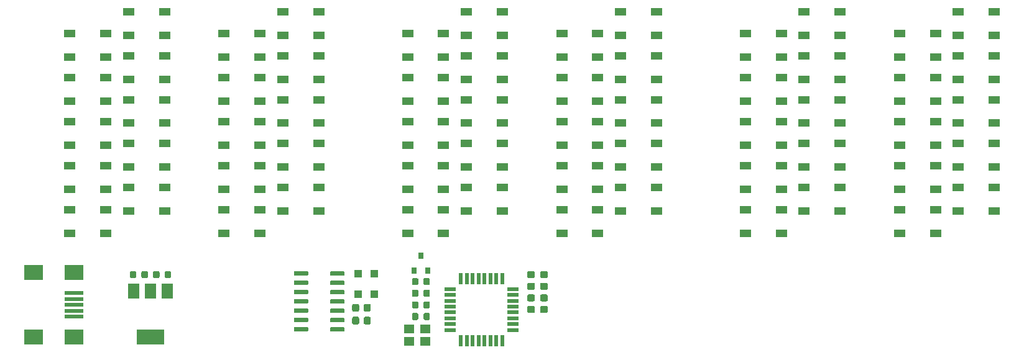
<source format=gbr>
G04 #@! TF.GenerationSoftware,KiCad,Pcbnew,(5.1.5)-3*
G04 #@! TF.CreationDate,2020-09-12T22:58:36+09:00*
G04 #@! TF.ProjectId,acrylic_nixie_clock,61637279-6c69-4635-9f6e-697869655f63,rev?*
G04 #@! TF.SameCoordinates,Original*
G04 #@! TF.FileFunction,Paste,Top*
G04 #@! TF.FilePolarity,Positive*
%FSLAX46Y46*%
G04 Gerber Fmt 4.6, Leading zero omitted, Abs format (unit mm)*
G04 Created by KiCad (PCBNEW (5.1.5)-3) date 2020-09-12 22:58:36*
%MOMM*%
%LPD*%
G04 APERTURE LIST*
%ADD10C,0.100000*%
%ADD11R,1.500000X1.000000*%
%ADD12R,2.500000X2.000000*%
%ADD13R,2.500000X0.500000*%
%ADD14R,0.800000X0.900000*%
%ADD15R,3.800000X2.000000*%
%ADD16R,1.500000X2.000000*%
%ADD17R,1.600000X0.550000*%
%ADD18R,0.550000X1.600000*%
%ADD19R,1.100000X1.100000*%
%ADD20R,1.400000X1.200000*%
G04 APERTURE END LIST*
D10*
G36*
X68972691Y-87791053D02*
G01*
X68993926Y-87794203D01*
X69014750Y-87799419D01*
X69034962Y-87806651D01*
X69054368Y-87815830D01*
X69072781Y-87826866D01*
X69090024Y-87839654D01*
X69105930Y-87854070D01*
X69120346Y-87869976D01*
X69133134Y-87887219D01*
X69144170Y-87905632D01*
X69153349Y-87925038D01*
X69160581Y-87945250D01*
X69165797Y-87966074D01*
X69168947Y-87987309D01*
X69170000Y-88008750D01*
X69170000Y-88521250D01*
X69168947Y-88542691D01*
X69165797Y-88563926D01*
X69160581Y-88584750D01*
X69153349Y-88604962D01*
X69144170Y-88624368D01*
X69133134Y-88642781D01*
X69120346Y-88660024D01*
X69105930Y-88675930D01*
X69090024Y-88690346D01*
X69072781Y-88703134D01*
X69054368Y-88714170D01*
X69034962Y-88723349D01*
X69014750Y-88730581D01*
X68993926Y-88735797D01*
X68972691Y-88738947D01*
X68951250Y-88740000D01*
X68513750Y-88740000D01*
X68492309Y-88738947D01*
X68471074Y-88735797D01*
X68450250Y-88730581D01*
X68430038Y-88723349D01*
X68410632Y-88714170D01*
X68392219Y-88703134D01*
X68374976Y-88690346D01*
X68359070Y-88675930D01*
X68344654Y-88660024D01*
X68331866Y-88642781D01*
X68320830Y-88624368D01*
X68311651Y-88604962D01*
X68304419Y-88584750D01*
X68299203Y-88563926D01*
X68296053Y-88542691D01*
X68295000Y-88521250D01*
X68295000Y-88008750D01*
X68296053Y-87987309D01*
X68299203Y-87966074D01*
X68304419Y-87945250D01*
X68311651Y-87925038D01*
X68320830Y-87905632D01*
X68331866Y-87887219D01*
X68344654Y-87869976D01*
X68359070Y-87854070D01*
X68374976Y-87839654D01*
X68392219Y-87826866D01*
X68410632Y-87815830D01*
X68430038Y-87806651D01*
X68450250Y-87799419D01*
X68471074Y-87794203D01*
X68492309Y-87791053D01*
X68513750Y-87790000D01*
X68951250Y-87790000D01*
X68972691Y-87791053D01*
G37*
G36*
X67397691Y-87791053D02*
G01*
X67418926Y-87794203D01*
X67439750Y-87799419D01*
X67459962Y-87806651D01*
X67479368Y-87815830D01*
X67497781Y-87826866D01*
X67515024Y-87839654D01*
X67530930Y-87854070D01*
X67545346Y-87869976D01*
X67558134Y-87887219D01*
X67569170Y-87905632D01*
X67578349Y-87925038D01*
X67585581Y-87945250D01*
X67590797Y-87966074D01*
X67593947Y-87987309D01*
X67595000Y-88008750D01*
X67595000Y-88521250D01*
X67593947Y-88542691D01*
X67590797Y-88563926D01*
X67585581Y-88584750D01*
X67578349Y-88604962D01*
X67569170Y-88624368D01*
X67558134Y-88642781D01*
X67545346Y-88660024D01*
X67530930Y-88675930D01*
X67515024Y-88690346D01*
X67497781Y-88703134D01*
X67479368Y-88714170D01*
X67459962Y-88723349D01*
X67439750Y-88730581D01*
X67418926Y-88735797D01*
X67397691Y-88738947D01*
X67376250Y-88740000D01*
X66938750Y-88740000D01*
X66917309Y-88738947D01*
X66896074Y-88735797D01*
X66875250Y-88730581D01*
X66855038Y-88723349D01*
X66835632Y-88714170D01*
X66817219Y-88703134D01*
X66799976Y-88690346D01*
X66784070Y-88675930D01*
X66769654Y-88660024D01*
X66756866Y-88642781D01*
X66745830Y-88624368D01*
X66736651Y-88604962D01*
X66729419Y-88584750D01*
X66724203Y-88563926D01*
X66721053Y-88542691D01*
X66720000Y-88521250D01*
X66720000Y-88008750D01*
X66721053Y-87987309D01*
X66724203Y-87966074D01*
X66729419Y-87945250D01*
X66736651Y-87925038D01*
X66745830Y-87905632D01*
X66756866Y-87887219D01*
X66769654Y-87869976D01*
X66784070Y-87854070D01*
X66799976Y-87839654D01*
X66817219Y-87826866D01*
X66835632Y-87815830D01*
X66855038Y-87806651D01*
X66875250Y-87799419D01*
X66896074Y-87794203D01*
X66917309Y-87791053D01*
X66938750Y-87790000D01*
X67376250Y-87790000D01*
X67397691Y-87791053D01*
G37*
G36*
X70572691Y-87791053D02*
G01*
X70593926Y-87794203D01*
X70614750Y-87799419D01*
X70634962Y-87806651D01*
X70654368Y-87815830D01*
X70672781Y-87826866D01*
X70690024Y-87839654D01*
X70705930Y-87854070D01*
X70720346Y-87869976D01*
X70733134Y-87887219D01*
X70744170Y-87905632D01*
X70753349Y-87925038D01*
X70760581Y-87945250D01*
X70765797Y-87966074D01*
X70768947Y-87987309D01*
X70770000Y-88008750D01*
X70770000Y-88521250D01*
X70768947Y-88542691D01*
X70765797Y-88563926D01*
X70760581Y-88584750D01*
X70753349Y-88604962D01*
X70744170Y-88624368D01*
X70733134Y-88642781D01*
X70720346Y-88660024D01*
X70705930Y-88675930D01*
X70690024Y-88690346D01*
X70672781Y-88703134D01*
X70654368Y-88714170D01*
X70634962Y-88723349D01*
X70614750Y-88730581D01*
X70593926Y-88735797D01*
X70572691Y-88738947D01*
X70551250Y-88740000D01*
X70113750Y-88740000D01*
X70092309Y-88738947D01*
X70071074Y-88735797D01*
X70050250Y-88730581D01*
X70030038Y-88723349D01*
X70010632Y-88714170D01*
X69992219Y-88703134D01*
X69974976Y-88690346D01*
X69959070Y-88675930D01*
X69944654Y-88660024D01*
X69931866Y-88642781D01*
X69920830Y-88624368D01*
X69911651Y-88604962D01*
X69904419Y-88584750D01*
X69899203Y-88563926D01*
X69896053Y-88542691D01*
X69895000Y-88521250D01*
X69895000Y-88008750D01*
X69896053Y-87987309D01*
X69899203Y-87966074D01*
X69904419Y-87945250D01*
X69911651Y-87925038D01*
X69920830Y-87905632D01*
X69931866Y-87887219D01*
X69944654Y-87869976D01*
X69959070Y-87854070D01*
X69974976Y-87839654D01*
X69992219Y-87826866D01*
X70010632Y-87815830D01*
X70030038Y-87806651D01*
X70050250Y-87799419D01*
X70071074Y-87794203D01*
X70092309Y-87791053D01*
X70113750Y-87790000D01*
X70551250Y-87790000D01*
X70572691Y-87791053D01*
G37*
G36*
X72147691Y-87791053D02*
G01*
X72168926Y-87794203D01*
X72189750Y-87799419D01*
X72209962Y-87806651D01*
X72229368Y-87815830D01*
X72247781Y-87826866D01*
X72265024Y-87839654D01*
X72280930Y-87854070D01*
X72295346Y-87869976D01*
X72308134Y-87887219D01*
X72319170Y-87905632D01*
X72328349Y-87925038D01*
X72335581Y-87945250D01*
X72340797Y-87966074D01*
X72343947Y-87987309D01*
X72345000Y-88008750D01*
X72345000Y-88521250D01*
X72343947Y-88542691D01*
X72340797Y-88563926D01*
X72335581Y-88584750D01*
X72328349Y-88604962D01*
X72319170Y-88624368D01*
X72308134Y-88642781D01*
X72295346Y-88660024D01*
X72280930Y-88675930D01*
X72265024Y-88690346D01*
X72247781Y-88703134D01*
X72229368Y-88714170D01*
X72209962Y-88723349D01*
X72189750Y-88730581D01*
X72168926Y-88735797D01*
X72147691Y-88738947D01*
X72126250Y-88740000D01*
X71688750Y-88740000D01*
X71667309Y-88738947D01*
X71646074Y-88735797D01*
X71625250Y-88730581D01*
X71605038Y-88723349D01*
X71585632Y-88714170D01*
X71567219Y-88703134D01*
X71549976Y-88690346D01*
X71534070Y-88675930D01*
X71519654Y-88660024D01*
X71506866Y-88642781D01*
X71495830Y-88624368D01*
X71486651Y-88604962D01*
X71479419Y-88584750D01*
X71474203Y-88563926D01*
X71471053Y-88542691D01*
X71470000Y-88521250D01*
X71470000Y-88008750D01*
X71471053Y-87987309D01*
X71474203Y-87966074D01*
X71479419Y-87945250D01*
X71486651Y-87925038D01*
X71495830Y-87905632D01*
X71506866Y-87887219D01*
X71519654Y-87869976D01*
X71534070Y-87854070D01*
X71549976Y-87839654D01*
X71567219Y-87826866D01*
X71585632Y-87815830D01*
X71605038Y-87806651D01*
X71625250Y-87799419D01*
X71646074Y-87794203D01*
X71667309Y-87791053D01*
X71688750Y-87790000D01*
X72126250Y-87790000D01*
X72147691Y-87791053D01*
G37*
D11*
X58550000Y-55400000D03*
X58550000Y-58600000D03*
X63450000Y-55400000D03*
X63450000Y-58600000D03*
X66550000Y-52400000D03*
X66550000Y-55600000D03*
X71450000Y-52400000D03*
X71450000Y-55600000D03*
X66550000Y-58400000D03*
X66550000Y-61600000D03*
X71450000Y-58400000D03*
X71450000Y-61600000D03*
X63450000Y-64600000D03*
X63450000Y-61400000D03*
X58550000Y-64600000D03*
X58550000Y-61400000D03*
X63450000Y-70600000D03*
X63450000Y-67400000D03*
X58550000Y-70600000D03*
X58550000Y-67400000D03*
X66550000Y-64400000D03*
X66550000Y-67600000D03*
X71450000Y-64400000D03*
X71450000Y-67600000D03*
X66550000Y-70400000D03*
X66550000Y-73600000D03*
X71450000Y-70400000D03*
X71450000Y-73600000D03*
X63450000Y-76600000D03*
X63450000Y-73400000D03*
X58550000Y-76600000D03*
X58550000Y-73400000D03*
X63450000Y-82600000D03*
X63450000Y-79400000D03*
X58550000Y-82600000D03*
X58550000Y-79400000D03*
X66550000Y-76400000D03*
X66550000Y-79600000D03*
X71450000Y-76400000D03*
X71450000Y-79600000D03*
X79550000Y-79400000D03*
X79550000Y-82600000D03*
X84450000Y-79400000D03*
X84450000Y-82600000D03*
X87550000Y-76400000D03*
X87550000Y-79600000D03*
X92450000Y-76400000D03*
X92450000Y-79600000D03*
X87550000Y-70400000D03*
X87550000Y-73600000D03*
X92450000Y-70400000D03*
X92450000Y-73600000D03*
X79550000Y-73400000D03*
X79550000Y-76600000D03*
X84450000Y-73400000D03*
X84450000Y-76600000D03*
X79550000Y-67400000D03*
X79550000Y-70600000D03*
X84450000Y-67400000D03*
X84450000Y-70600000D03*
X87550000Y-64400000D03*
X87550000Y-67600000D03*
X92450000Y-64400000D03*
X92450000Y-67600000D03*
X92450000Y-61600000D03*
X92450000Y-58400000D03*
X87550000Y-61600000D03*
X87550000Y-58400000D03*
X79550000Y-61400000D03*
X79550000Y-64600000D03*
X84450000Y-61400000D03*
X84450000Y-64600000D03*
X84450000Y-58600000D03*
X84450000Y-55400000D03*
X79550000Y-58600000D03*
X79550000Y-55400000D03*
X87550000Y-52400000D03*
X87550000Y-55600000D03*
X92450000Y-52400000D03*
X92450000Y-55600000D03*
X109450000Y-58600000D03*
X109450000Y-55400000D03*
X104550000Y-58600000D03*
X104550000Y-55400000D03*
X112550000Y-52400000D03*
X112550000Y-55600000D03*
X117450000Y-52400000D03*
X117450000Y-55600000D03*
X117450000Y-61600000D03*
X117450000Y-58400000D03*
X112550000Y-61600000D03*
X112550000Y-58400000D03*
X109450000Y-64600000D03*
X109450000Y-61400000D03*
X104550000Y-64600000D03*
X104550000Y-61400000D03*
X104550000Y-67400000D03*
X104550000Y-70600000D03*
X109450000Y-67400000D03*
X109450000Y-70600000D03*
X112550000Y-64400000D03*
X112550000Y-67600000D03*
X117450000Y-64400000D03*
X117450000Y-67600000D03*
X117450000Y-73600000D03*
X117450000Y-70400000D03*
X112550000Y-73600000D03*
X112550000Y-70400000D03*
X104550000Y-73400000D03*
X104550000Y-76600000D03*
X109450000Y-73400000D03*
X109450000Y-76600000D03*
X104550000Y-79400000D03*
X104550000Y-82600000D03*
X109450000Y-79400000D03*
X109450000Y-82600000D03*
X112550000Y-76400000D03*
X112550000Y-79600000D03*
X117450000Y-76400000D03*
X117450000Y-79600000D03*
X125550000Y-79400000D03*
X125550000Y-82600000D03*
X130450000Y-79400000D03*
X130450000Y-82600000D03*
X138450000Y-79600000D03*
X138450000Y-76400000D03*
X133550000Y-79600000D03*
X133550000Y-76400000D03*
X133550000Y-70400000D03*
X133550000Y-73600000D03*
X138450000Y-70400000D03*
X138450000Y-73600000D03*
X130450000Y-76600000D03*
X130450000Y-73400000D03*
X125550000Y-76600000D03*
X125550000Y-73400000D03*
X130450000Y-70600000D03*
X130450000Y-67400000D03*
X125550000Y-70600000D03*
X125550000Y-67400000D03*
X133550000Y-64400000D03*
X133550000Y-67600000D03*
X138450000Y-64400000D03*
X138450000Y-67600000D03*
X133550000Y-58400000D03*
X133550000Y-61600000D03*
X138450000Y-58400000D03*
X138450000Y-61600000D03*
X125550000Y-61400000D03*
X125550000Y-64600000D03*
X130450000Y-61400000D03*
X130450000Y-64600000D03*
X130450000Y-58600000D03*
X130450000Y-55400000D03*
X125550000Y-58600000D03*
X125550000Y-55400000D03*
X133550000Y-52400000D03*
X133550000Y-55600000D03*
X138450000Y-52400000D03*
X138450000Y-55600000D03*
X150550000Y-55400000D03*
X150550000Y-58600000D03*
X155450000Y-55400000D03*
X155450000Y-58600000D03*
X163450000Y-55600000D03*
X163450000Y-52400000D03*
X158550000Y-55600000D03*
X158550000Y-52400000D03*
X158550000Y-58400000D03*
X158550000Y-61600000D03*
X163450000Y-58400000D03*
X163450000Y-61600000D03*
X155450000Y-64600000D03*
X155450000Y-61400000D03*
X150550000Y-64600000D03*
X150550000Y-61400000D03*
X155450000Y-70600000D03*
X155450000Y-67400000D03*
X150550000Y-70600000D03*
X150550000Y-67400000D03*
X163450000Y-67600000D03*
X163450000Y-64400000D03*
X158550000Y-67600000D03*
X158550000Y-64400000D03*
X158550000Y-70400000D03*
X158550000Y-73600000D03*
X163450000Y-70400000D03*
X163450000Y-73600000D03*
X155450000Y-76600000D03*
X155450000Y-73400000D03*
X150550000Y-76600000D03*
X150550000Y-73400000D03*
X155450000Y-82600000D03*
X155450000Y-79400000D03*
X150550000Y-82600000D03*
X150550000Y-79400000D03*
X163450000Y-79600000D03*
X163450000Y-76400000D03*
X158550000Y-79600000D03*
X158550000Y-76400000D03*
X171550000Y-79400000D03*
X171550000Y-82600000D03*
X176450000Y-79400000D03*
X176450000Y-82600000D03*
X184450000Y-79600000D03*
X184450000Y-76400000D03*
X179550000Y-79600000D03*
X179550000Y-76400000D03*
X179550000Y-70400000D03*
X179550000Y-73600000D03*
X184450000Y-70400000D03*
X184450000Y-73600000D03*
X176450000Y-76600000D03*
X176450000Y-73400000D03*
X171550000Y-76600000D03*
X171550000Y-73400000D03*
X171550000Y-67400000D03*
X171550000Y-70600000D03*
X176450000Y-67400000D03*
X176450000Y-70600000D03*
X184450000Y-67600000D03*
X184450000Y-64400000D03*
X179550000Y-67600000D03*
X179550000Y-64400000D03*
X179550000Y-58400000D03*
X179550000Y-61600000D03*
X184450000Y-58400000D03*
X184450000Y-61600000D03*
X176450000Y-64600000D03*
X176450000Y-61400000D03*
X171550000Y-64600000D03*
X171550000Y-61400000D03*
X171550000Y-55400000D03*
X171550000Y-58600000D03*
X176450000Y-55400000D03*
X176450000Y-58600000D03*
X179550000Y-52400000D03*
X179550000Y-55600000D03*
X184450000Y-52400000D03*
X184450000Y-55600000D03*
D12*
X53615000Y-87992500D03*
X53615000Y-96792500D03*
X59115000Y-87992500D03*
X59115000Y-96792500D03*
D13*
X59115000Y-90792500D03*
X59115000Y-91592500D03*
X59115000Y-92392500D03*
X59115000Y-93192500D03*
X59115000Y-93992500D03*
D14*
X105412500Y-87677500D03*
X107312500Y-87677500D03*
X106362500Y-85677500D03*
D10*
G36*
X107390191Y-88743553D02*
G01*
X107411426Y-88746703D01*
X107432250Y-88751919D01*
X107452462Y-88759151D01*
X107471868Y-88768330D01*
X107490281Y-88779366D01*
X107507524Y-88792154D01*
X107523430Y-88806570D01*
X107537846Y-88822476D01*
X107550634Y-88839719D01*
X107561670Y-88858132D01*
X107570849Y-88877538D01*
X107578081Y-88897750D01*
X107583297Y-88918574D01*
X107586447Y-88939809D01*
X107587500Y-88961250D01*
X107587500Y-89473750D01*
X107586447Y-89495191D01*
X107583297Y-89516426D01*
X107578081Y-89537250D01*
X107570849Y-89557462D01*
X107561670Y-89576868D01*
X107550634Y-89595281D01*
X107537846Y-89612524D01*
X107523430Y-89628430D01*
X107507524Y-89642846D01*
X107490281Y-89655634D01*
X107471868Y-89666670D01*
X107452462Y-89675849D01*
X107432250Y-89683081D01*
X107411426Y-89688297D01*
X107390191Y-89691447D01*
X107368750Y-89692500D01*
X106931250Y-89692500D01*
X106909809Y-89691447D01*
X106888574Y-89688297D01*
X106867750Y-89683081D01*
X106847538Y-89675849D01*
X106828132Y-89666670D01*
X106809719Y-89655634D01*
X106792476Y-89642846D01*
X106776570Y-89628430D01*
X106762154Y-89612524D01*
X106749366Y-89595281D01*
X106738330Y-89576868D01*
X106729151Y-89557462D01*
X106721919Y-89537250D01*
X106716703Y-89516426D01*
X106713553Y-89495191D01*
X106712500Y-89473750D01*
X106712500Y-88961250D01*
X106713553Y-88939809D01*
X106716703Y-88918574D01*
X106721919Y-88897750D01*
X106729151Y-88877538D01*
X106738330Y-88858132D01*
X106749366Y-88839719D01*
X106762154Y-88822476D01*
X106776570Y-88806570D01*
X106792476Y-88792154D01*
X106809719Y-88779366D01*
X106828132Y-88768330D01*
X106847538Y-88759151D01*
X106867750Y-88751919D01*
X106888574Y-88746703D01*
X106909809Y-88743553D01*
X106931250Y-88742500D01*
X107368750Y-88742500D01*
X107390191Y-88743553D01*
G37*
G36*
X105815191Y-88743553D02*
G01*
X105836426Y-88746703D01*
X105857250Y-88751919D01*
X105877462Y-88759151D01*
X105896868Y-88768330D01*
X105915281Y-88779366D01*
X105932524Y-88792154D01*
X105948430Y-88806570D01*
X105962846Y-88822476D01*
X105975634Y-88839719D01*
X105986670Y-88858132D01*
X105995849Y-88877538D01*
X106003081Y-88897750D01*
X106008297Y-88918574D01*
X106011447Y-88939809D01*
X106012500Y-88961250D01*
X106012500Y-89473750D01*
X106011447Y-89495191D01*
X106008297Y-89516426D01*
X106003081Y-89537250D01*
X105995849Y-89557462D01*
X105986670Y-89576868D01*
X105975634Y-89595281D01*
X105962846Y-89612524D01*
X105948430Y-89628430D01*
X105932524Y-89642846D01*
X105915281Y-89655634D01*
X105896868Y-89666670D01*
X105877462Y-89675849D01*
X105857250Y-89683081D01*
X105836426Y-89688297D01*
X105815191Y-89691447D01*
X105793750Y-89692500D01*
X105356250Y-89692500D01*
X105334809Y-89691447D01*
X105313574Y-89688297D01*
X105292750Y-89683081D01*
X105272538Y-89675849D01*
X105253132Y-89666670D01*
X105234719Y-89655634D01*
X105217476Y-89642846D01*
X105201570Y-89628430D01*
X105187154Y-89612524D01*
X105174366Y-89595281D01*
X105163330Y-89576868D01*
X105154151Y-89557462D01*
X105146919Y-89537250D01*
X105141703Y-89516426D01*
X105138553Y-89495191D01*
X105137500Y-89473750D01*
X105137500Y-88961250D01*
X105138553Y-88939809D01*
X105141703Y-88918574D01*
X105146919Y-88897750D01*
X105154151Y-88877538D01*
X105163330Y-88858132D01*
X105174366Y-88839719D01*
X105187154Y-88822476D01*
X105201570Y-88806570D01*
X105217476Y-88792154D01*
X105234719Y-88779366D01*
X105253132Y-88768330D01*
X105272538Y-88759151D01*
X105292750Y-88751919D01*
X105313574Y-88746703D01*
X105334809Y-88743553D01*
X105356250Y-88742500D01*
X105793750Y-88742500D01*
X105815191Y-88743553D01*
G37*
D15*
X69532500Y-96812500D03*
D16*
X69532500Y-90512500D03*
X67232500Y-90512500D03*
X71832500Y-90512500D03*
D10*
G36*
X121673279Y-92553644D02*
G01*
X121696334Y-92557063D01*
X121718943Y-92562727D01*
X121740887Y-92570579D01*
X121761957Y-92580544D01*
X121781948Y-92592526D01*
X121800668Y-92606410D01*
X121817938Y-92622062D01*
X121833590Y-92639332D01*
X121847474Y-92658052D01*
X121859456Y-92678043D01*
X121869421Y-92699113D01*
X121877273Y-92721057D01*
X121882937Y-92743666D01*
X121886356Y-92766721D01*
X121887500Y-92790000D01*
X121887500Y-93265000D01*
X121886356Y-93288279D01*
X121882937Y-93311334D01*
X121877273Y-93333943D01*
X121869421Y-93355887D01*
X121859456Y-93376957D01*
X121847474Y-93396948D01*
X121833590Y-93415668D01*
X121817938Y-93432938D01*
X121800668Y-93448590D01*
X121781948Y-93462474D01*
X121761957Y-93474456D01*
X121740887Y-93484421D01*
X121718943Y-93492273D01*
X121696334Y-93497937D01*
X121673279Y-93501356D01*
X121650000Y-93502500D01*
X121075000Y-93502500D01*
X121051721Y-93501356D01*
X121028666Y-93497937D01*
X121006057Y-93492273D01*
X120984113Y-93484421D01*
X120963043Y-93474456D01*
X120943052Y-93462474D01*
X120924332Y-93448590D01*
X120907062Y-93432938D01*
X120891410Y-93415668D01*
X120877526Y-93396948D01*
X120865544Y-93376957D01*
X120855579Y-93355887D01*
X120847727Y-93333943D01*
X120842063Y-93311334D01*
X120838644Y-93288279D01*
X120837500Y-93265000D01*
X120837500Y-92790000D01*
X120838644Y-92766721D01*
X120842063Y-92743666D01*
X120847727Y-92721057D01*
X120855579Y-92699113D01*
X120865544Y-92678043D01*
X120877526Y-92658052D01*
X120891410Y-92639332D01*
X120907062Y-92622062D01*
X120924332Y-92606410D01*
X120943052Y-92592526D01*
X120963043Y-92580544D01*
X120984113Y-92570579D01*
X121006057Y-92562727D01*
X121028666Y-92557063D01*
X121051721Y-92553644D01*
X121075000Y-92552500D01*
X121650000Y-92552500D01*
X121673279Y-92553644D01*
G37*
G36*
X123423279Y-92553644D02*
G01*
X123446334Y-92557063D01*
X123468943Y-92562727D01*
X123490887Y-92570579D01*
X123511957Y-92580544D01*
X123531948Y-92592526D01*
X123550668Y-92606410D01*
X123567938Y-92622062D01*
X123583590Y-92639332D01*
X123597474Y-92658052D01*
X123609456Y-92678043D01*
X123619421Y-92699113D01*
X123627273Y-92721057D01*
X123632937Y-92743666D01*
X123636356Y-92766721D01*
X123637500Y-92790000D01*
X123637500Y-93265000D01*
X123636356Y-93288279D01*
X123632937Y-93311334D01*
X123627273Y-93333943D01*
X123619421Y-93355887D01*
X123609456Y-93376957D01*
X123597474Y-93396948D01*
X123583590Y-93415668D01*
X123567938Y-93432938D01*
X123550668Y-93448590D01*
X123531948Y-93462474D01*
X123511957Y-93474456D01*
X123490887Y-93484421D01*
X123468943Y-93492273D01*
X123446334Y-93497937D01*
X123423279Y-93501356D01*
X123400000Y-93502500D01*
X122825000Y-93502500D01*
X122801721Y-93501356D01*
X122778666Y-93497937D01*
X122756057Y-93492273D01*
X122734113Y-93484421D01*
X122713043Y-93474456D01*
X122693052Y-93462474D01*
X122674332Y-93448590D01*
X122657062Y-93432938D01*
X122641410Y-93415668D01*
X122627526Y-93396948D01*
X122615544Y-93376957D01*
X122605579Y-93355887D01*
X122597727Y-93333943D01*
X122592063Y-93311334D01*
X122588644Y-93288279D01*
X122587500Y-93265000D01*
X122587500Y-92790000D01*
X122588644Y-92766721D01*
X122592063Y-92743666D01*
X122597727Y-92721057D01*
X122605579Y-92699113D01*
X122615544Y-92678043D01*
X122627526Y-92658052D01*
X122641410Y-92639332D01*
X122657062Y-92622062D01*
X122674332Y-92606410D01*
X122693052Y-92592526D01*
X122713043Y-92580544D01*
X122734113Y-92570579D01*
X122756057Y-92562727D01*
X122778666Y-92557063D01*
X122801721Y-92553644D01*
X122825000Y-92552500D01*
X123400000Y-92552500D01*
X123423279Y-92553644D01*
G37*
G36*
X123423279Y-90966144D02*
G01*
X123446334Y-90969563D01*
X123468943Y-90975227D01*
X123490887Y-90983079D01*
X123511957Y-90993044D01*
X123531948Y-91005026D01*
X123550668Y-91018910D01*
X123567938Y-91034562D01*
X123583590Y-91051832D01*
X123597474Y-91070552D01*
X123609456Y-91090543D01*
X123619421Y-91111613D01*
X123627273Y-91133557D01*
X123632937Y-91156166D01*
X123636356Y-91179221D01*
X123637500Y-91202500D01*
X123637500Y-91677500D01*
X123636356Y-91700779D01*
X123632937Y-91723834D01*
X123627273Y-91746443D01*
X123619421Y-91768387D01*
X123609456Y-91789457D01*
X123597474Y-91809448D01*
X123583590Y-91828168D01*
X123567938Y-91845438D01*
X123550668Y-91861090D01*
X123531948Y-91874974D01*
X123511957Y-91886956D01*
X123490887Y-91896921D01*
X123468943Y-91904773D01*
X123446334Y-91910437D01*
X123423279Y-91913856D01*
X123400000Y-91915000D01*
X122825000Y-91915000D01*
X122801721Y-91913856D01*
X122778666Y-91910437D01*
X122756057Y-91904773D01*
X122734113Y-91896921D01*
X122713043Y-91886956D01*
X122693052Y-91874974D01*
X122674332Y-91861090D01*
X122657062Y-91845438D01*
X122641410Y-91828168D01*
X122627526Y-91809448D01*
X122615544Y-91789457D01*
X122605579Y-91768387D01*
X122597727Y-91746443D01*
X122592063Y-91723834D01*
X122588644Y-91700779D01*
X122587500Y-91677500D01*
X122587500Y-91202500D01*
X122588644Y-91179221D01*
X122592063Y-91156166D01*
X122597727Y-91133557D01*
X122605579Y-91111613D01*
X122615544Y-91090543D01*
X122627526Y-91070552D01*
X122641410Y-91051832D01*
X122657062Y-91034562D01*
X122674332Y-91018910D01*
X122693052Y-91005026D01*
X122713043Y-90993044D01*
X122734113Y-90983079D01*
X122756057Y-90975227D01*
X122778666Y-90969563D01*
X122801721Y-90966144D01*
X122825000Y-90965000D01*
X123400000Y-90965000D01*
X123423279Y-90966144D01*
G37*
G36*
X121673279Y-90966144D02*
G01*
X121696334Y-90969563D01*
X121718943Y-90975227D01*
X121740887Y-90983079D01*
X121761957Y-90993044D01*
X121781948Y-91005026D01*
X121800668Y-91018910D01*
X121817938Y-91034562D01*
X121833590Y-91051832D01*
X121847474Y-91070552D01*
X121859456Y-91090543D01*
X121869421Y-91111613D01*
X121877273Y-91133557D01*
X121882937Y-91156166D01*
X121886356Y-91179221D01*
X121887500Y-91202500D01*
X121887500Y-91677500D01*
X121886356Y-91700779D01*
X121882937Y-91723834D01*
X121877273Y-91746443D01*
X121869421Y-91768387D01*
X121859456Y-91789457D01*
X121847474Y-91809448D01*
X121833590Y-91828168D01*
X121817938Y-91845438D01*
X121800668Y-91861090D01*
X121781948Y-91874974D01*
X121761957Y-91886956D01*
X121740887Y-91896921D01*
X121718943Y-91904773D01*
X121696334Y-91910437D01*
X121673279Y-91913856D01*
X121650000Y-91915000D01*
X121075000Y-91915000D01*
X121051721Y-91913856D01*
X121028666Y-91910437D01*
X121006057Y-91904773D01*
X120984113Y-91896921D01*
X120963043Y-91886956D01*
X120943052Y-91874974D01*
X120924332Y-91861090D01*
X120907062Y-91845438D01*
X120891410Y-91828168D01*
X120877526Y-91809448D01*
X120865544Y-91789457D01*
X120855579Y-91768387D01*
X120847727Y-91746443D01*
X120842063Y-91723834D01*
X120838644Y-91700779D01*
X120837500Y-91677500D01*
X120837500Y-91202500D01*
X120838644Y-91179221D01*
X120842063Y-91156166D01*
X120847727Y-91133557D01*
X120855579Y-91111613D01*
X120865544Y-91090543D01*
X120877526Y-91070552D01*
X120891410Y-91051832D01*
X120907062Y-91034562D01*
X120924332Y-91018910D01*
X120943052Y-91005026D01*
X120963043Y-90993044D01*
X120984113Y-90983079D01*
X121006057Y-90975227D01*
X121028666Y-90969563D01*
X121051721Y-90966144D01*
X121075000Y-90965000D01*
X121650000Y-90965000D01*
X121673279Y-90966144D01*
G37*
G36*
X121673279Y-89378644D02*
G01*
X121696334Y-89382063D01*
X121718943Y-89387727D01*
X121740887Y-89395579D01*
X121761957Y-89405544D01*
X121781948Y-89417526D01*
X121800668Y-89431410D01*
X121817938Y-89447062D01*
X121833590Y-89464332D01*
X121847474Y-89483052D01*
X121859456Y-89503043D01*
X121869421Y-89524113D01*
X121877273Y-89546057D01*
X121882937Y-89568666D01*
X121886356Y-89591721D01*
X121887500Y-89615000D01*
X121887500Y-90090000D01*
X121886356Y-90113279D01*
X121882937Y-90136334D01*
X121877273Y-90158943D01*
X121869421Y-90180887D01*
X121859456Y-90201957D01*
X121847474Y-90221948D01*
X121833590Y-90240668D01*
X121817938Y-90257938D01*
X121800668Y-90273590D01*
X121781948Y-90287474D01*
X121761957Y-90299456D01*
X121740887Y-90309421D01*
X121718943Y-90317273D01*
X121696334Y-90322937D01*
X121673279Y-90326356D01*
X121650000Y-90327500D01*
X121075000Y-90327500D01*
X121051721Y-90326356D01*
X121028666Y-90322937D01*
X121006057Y-90317273D01*
X120984113Y-90309421D01*
X120963043Y-90299456D01*
X120943052Y-90287474D01*
X120924332Y-90273590D01*
X120907062Y-90257938D01*
X120891410Y-90240668D01*
X120877526Y-90221948D01*
X120865544Y-90201957D01*
X120855579Y-90180887D01*
X120847727Y-90158943D01*
X120842063Y-90136334D01*
X120838644Y-90113279D01*
X120837500Y-90090000D01*
X120837500Y-89615000D01*
X120838644Y-89591721D01*
X120842063Y-89568666D01*
X120847727Y-89546057D01*
X120855579Y-89524113D01*
X120865544Y-89503043D01*
X120877526Y-89483052D01*
X120891410Y-89464332D01*
X120907062Y-89447062D01*
X120924332Y-89431410D01*
X120943052Y-89417526D01*
X120963043Y-89405544D01*
X120984113Y-89395579D01*
X121006057Y-89387727D01*
X121028666Y-89382063D01*
X121051721Y-89378644D01*
X121075000Y-89377500D01*
X121650000Y-89377500D01*
X121673279Y-89378644D01*
G37*
G36*
X123423279Y-89378644D02*
G01*
X123446334Y-89382063D01*
X123468943Y-89387727D01*
X123490887Y-89395579D01*
X123511957Y-89405544D01*
X123531948Y-89417526D01*
X123550668Y-89431410D01*
X123567938Y-89447062D01*
X123583590Y-89464332D01*
X123597474Y-89483052D01*
X123609456Y-89503043D01*
X123619421Y-89524113D01*
X123627273Y-89546057D01*
X123632937Y-89568666D01*
X123636356Y-89591721D01*
X123637500Y-89615000D01*
X123637500Y-90090000D01*
X123636356Y-90113279D01*
X123632937Y-90136334D01*
X123627273Y-90158943D01*
X123619421Y-90180887D01*
X123609456Y-90201957D01*
X123597474Y-90221948D01*
X123583590Y-90240668D01*
X123567938Y-90257938D01*
X123550668Y-90273590D01*
X123531948Y-90287474D01*
X123511957Y-90299456D01*
X123490887Y-90309421D01*
X123468943Y-90317273D01*
X123446334Y-90322937D01*
X123423279Y-90326356D01*
X123400000Y-90327500D01*
X122825000Y-90327500D01*
X122801721Y-90326356D01*
X122778666Y-90322937D01*
X122756057Y-90317273D01*
X122734113Y-90309421D01*
X122713043Y-90299456D01*
X122693052Y-90287474D01*
X122674332Y-90273590D01*
X122657062Y-90257938D01*
X122641410Y-90240668D01*
X122627526Y-90221948D01*
X122615544Y-90201957D01*
X122605579Y-90180887D01*
X122597727Y-90158943D01*
X122592063Y-90136334D01*
X122588644Y-90113279D01*
X122587500Y-90090000D01*
X122587500Y-89615000D01*
X122588644Y-89591721D01*
X122592063Y-89568666D01*
X122597727Y-89546057D01*
X122605579Y-89524113D01*
X122615544Y-89503043D01*
X122627526Y-89483052D01*
X122641410Y-89464332D01*
X122657062Y-89447062D01*
X122674332Y-89431410D01*
X122693052Y-89417526D01*
X122713043Y-89405544D01*
X122734113Y-89395579D01*
X122756057Y-89387727D01*
X122778666Y-89382063D01*
X122801721Y-89378644D01*
X122825000Y-89377500D01*
X123400000Y-89377500D01*
X123423279Y-89378644D01*
G37*
G36*
X123423279Y-87791144D02*
G01*
X123446334Y-87794563D01*
X123468943Y-87800227D01*
X123490887Y-87808079D01*
X123511957Y-87818044D01*
X123531948Y-87830026D01*
X123550668Y-87843910D01*
X123567938Y-87859562D01*
X123583590Y-87876832D01*
X123597474Y-87895552D01*
X123609456Y-87915543D01*
X123619421Y-87936613D01*
X123627273Y-87958557D01*
X123632937Y-87981166D01*
X123636356Y-88004221D01*
X123637500Y-88027500D01*
X123637500Y-88502500D01*
X123636356Y-88525779D01*
X123632937Y-88548834D01*
X123627273Y-88571443D01*
X123619421Y-88593387D01*
X123609456Y-88614457D01*
X123597474Y-88634448D01*
X123583590Y-88653168D01*
X123567938Y-88670438D01*
X123550668Y-88686090D01*
X123531948Y-88699974D01*
X123511957Y-88711956D01*
X123490887Y-88721921D01*
X123468943Y-88729773D01*
X123446334Y-88735437D01*
X123423279Y-88738856D01*
X123400000Y-88740000D01*
X122825000Y-88740000D01*
X122801721Y-88738856D01*
X122778666Y-88735437D01*
X122756057Y-88729773D01*
X122734113Y-88721921D01*
X122713043Y-88711956D01*
X122693052Y-88699974D01*
X122674332Y-88686090D01*
X122657062Y-88670438D01*
X122641410Y-88653168D01*
X122627526Y-88634448D01*
X122615544Y-88614457D01*
X122605579Y-88593387D01*
X122597727Y-88571443D01*
X122592063Y-88548834D01*
X122588644Y-88525779D01*
X122587500Y-88502500D01*
X122587500Y-88027500D01*
X122588644Y-88004221D01*
X122592063Y-87981166D01*
X122597727Y-87958557D01*
X122605579Y-87936613D01*
X122615544Y-87915543D01*
X122627526Y-87895552D01*
X122641410Y-87876832D01*
X122657062Y-87859562D01*
X122674332Y-87843910D01*
X122693052Y-87830026D01*
X122713043Y-87818044D01*
X122734113Y-87808079D01*
X122756057Y-87800227D01*
X122778666Y-87794563D01*
X122801721Y-87791144D01*
X122825000Y-87790000D01*
X123400000Y-87790000D01*
X123423279Y-87791144D01*
G37*
G36*
X121673279Y-87791144D02*
G01*
X121696334Y-87794563D01*
X121718943Y-87800227D01*
X121740887Y-87808079D01*
X121761957Y-87818044D01*
X121781948Y-87830026D01*
X121800668Y-87843910D01*
X121817938Y-87859562D01*
X121833590Y-87876832D01*
X121847474Y-87895552D01*
X121859456Y-87915543D01*
X121869421Y-87936613D01*
X121877273Y-87958557D01*
X121882937Y-87981166D01*
X121886356Y-88004221D01*
X121887500Y-88027500D01*
X121887500Y-88502500D01*
X121886356Y-88525779D01*
X121882937Y-88548834D01*
X121877273Y-88571443D01*
X121869421Y-88593387D01*
X121859456Y-88614457D01*
X121847474Y-88634448D01*
X121833590Y-88653168D01*
X121817938Y-88670438D01*
X121800668Y-88686090D01*
X121781948Y-88699974D01*
X121761957Y-88711956D01*
X121740887Y-88721921D01*
X121718943Y-88729773D01*
X121696334Y-88735437D01*
X121673279Y-88738856D01*
X121650000Y-88740000D01*
X121075000Y-88740000D01*
X121051721Y-88738856D01*
X121028666Y-88735437D01*
X121006057Y-88729773D01*
X120984113Y-88721921D01*
X120963043Y-88711956D01*
X120943052Y-88699974D01*
X120924332Y-88686090D01*
X120907062Y-88670438D01*
X120891410Y-88653168D01*
X120877526Y-88634448D01*
X120865544Y-88614457D01*
X120855579Y-88593387D01*
X120847727Y-88571443D01*
X120842063Y-88548834D01*
X120838644Y-88525779D01*
X120837500Y-88502500D01*
X120837500Y-88027500D01*
X120838644Y-88004221D01*
X120842063Y-87981166D01*
X120847727Y-87958557D01*
X120855579Y-87936613D01*
X120865544Y-87915543D01*
X120877526Y-87895552D01*
X120891410Y-87876832D01*
X120907062Y-87859562D01*
X120924332Y-87843910D01*
X120943052Y-87830026D01*
X120963043Y-87818044D01*
X120984113Y-87808079D01*
X121006057Y-87800227D01*
X121028666Y-87794563D01*
X121051721Y-87791144D01*
X121075000Y-87790000D01*
X121650000Y-87790000D01*
X121673279Y-87791144D01*
G37*
G36*
X99320779Y-92263644D02*
G01*
X99343834Y-92267063D01*
X99366443Y-92272727D01*
X99388387Y-92280579D01*
X99409457Y-92290544D01*
X99429448Y-92302526D01*
X99448168Y-92316410D01*
X99465438Y-92332062D01*
X99481090Y-92349332D01*
X99494974Y-92368052D01*
X99506956Y-92388043D01*
X99516921Y-92409113D01*
X99524773Y-92431057D01*
X99530437Y-92453666D01*
X99533856Y-92476721D01*
X99535000Y-92500000D01*
X99535000Y-93075000D01*
X99533856Y-93098279D01*
X99530437Y-93121334D01*
X99524773Y-93143943D01*
X99516921Y-93165887D01*
X99506956Y-93186957D01*
X99494974Y-93206948D01*
X99481090Y-93225668D01*
X99465438Y-93242938D01*
X99448168Y-93258590D01*
X99429448Y-93272474D01*
X99409457Y-93284456D01*
X99388387Y-93294421D01*
X99366443Y-93302273D01*
X99343834Y-93307937D01*
X99320779Y-93311356D01*
X99297500Y-93312500D01*
X98822500Y-93312500D01*
X98799221Y-93311356D01*
X98776166Y-93307937D01*
X98753557Y-93302273D01*
X98731613Y-93294421D01*
X98710543Y-93284456D01*
X98690552Y-93272474D01*
X98671832Y-93258590D01*
X98654562Y-93242938D01*
X98638910Y-93225668D01*
X98625026Y-93206948D01*
X98613044Y-93186957D01*
X98603079Y-93165887D01*
X98595227Y-93143943D01*
X98589563Y-93121334D01*
X98586144Y-93098279D01*
X98585000Y-93075000D01*
X98585000Y-92500000D01*
X98586144Y-92476721D01*
X98589563Y-92453666D01*
X98595227Y-92431057D01*
X98603079Y-92409113D01*
X98613044Y-92388043D01*
X98625026Y-92368052D01*
X98638910Y-92349332D01*
X98654562Y-92332062D01*
X98671832Y-92316410D01*
X98690552Y-92302526D01*
X98710543Y-92290544D01*
X98731613Y-92280579D01*
X98753557Y-92272727D01*
X98776166Y-92267063D01*
X98799221Y-92263644D01*
X98822500Y-92262500D01*
X99297500Y-92262500D01*
X99320779Y-92263644D01*
G37*
G36*
X99320779Y-94013644D02*
G01*
X99343834Y-94017063D01*
X99366443Y-94022727D01*
X99388387Y-94030579D01*
X99409457Y-94040544D01*
X99429448Y-94052526D01*
X99448168Y-94066410D01*
X99465438Y-94082062D01*
X99481090Y-94099332D01*
X99494974Y-94118052D01*
X99506956Y-94138043D01*
X99516921Y-94159113D01*
X99524773Y-94181057D01*
X99530437Y-94203666D01*
X99533856Y-94226721D01*
X99535000Y-94250000D01*
X99535000Y-94825000D01*
X99533856Y-94848279D01*
X99530437Y-94871334D01*
X99524773Y-94893943D01*
X99516921Y-94915887D01*
X99506956Y-94936957D01*
X99494974Y-94956948D01*
X99481090Y-94975668D01*
X99465438Y-94992938D01*
X99448168Y-95008590D01*
X99429448Y-95022474D01*
X99409457Y-95034456D01*
X99388387Y-95044421D01*
X99366443Y-95052273D01*
X99343834Y-95057937D01*
X99320779Y-95061356D01*
X99297500Y-95062500D01*
X98822500Y-95062500D01*
X98799221Y-95061356D01*
X98776166Y-95057937D01*
X98753557Y-95052273D01*
X98731613Y-95044421D01*
X98710543Y-95034456D01*
X98690552Y-95022474D01*
X98671832Y-95008590D01*
X98654562Y-94992938D01*
X98638910Y-94975668D01*
X98625026Y-94956948D01*
X98613044Y-94936957D01*
X98603079Y-94915887D01*
X98595227Y-94893943D01*
X98589563Y-94871334D01*
X98586144Y-94848279D01*
X98585000Y-94825000D01*
X98585000Y-94250000D01*
X98586144Y-94226721D01*
X98589563Y-94203666D01*
X98595227Y-94181057D01*
X98603079Y-94159113D01*
X98613044Y-94138043D01*
X98625026Y-94118052D01*
X98638910Y-94099332D01*
X98654562Y-94082062D01*
X98671832Y-94066410D01*
X98690552Y-94052526D01*
X98710543Y-94040544D01*
X98731613Y-94030579D01*
X98753557Y-94022727D01*
X98776166Y-94017063D01*
X98799221Y-94013644D01*
X98822500Y-94012500D01*
X99297500Y-94012500D01*
X99320779Y-94013644D01*
G37*
G36*
X97733279Y-94013644D02*
G01*
X97756334Y-94017063D01*
X97778943Y-94022727D01*
X97800887Y-94030579D01*
X97821957Y-94040544D01*
X97841948Y-94052526D01*
X97860668Y-94066410D01*
X97877938Y-94082062D01*
X97893590Y-94099332D01*
X97907474Y-94118052D01*
X97919456Y-94138043D01*
X97929421Y-94159113D01*
X97937273Y-94181057D01*
X97942937Y-94203666D01*
X97946356Y-94226721D01*
X97947500Y-94250000D01*
X97947500Y-94825000D01*
X97946356Y-94848279D01*
X97942937Y-94871334D01*
X97937273Y-94893943D01*
X97929421Y-94915887D01*
X97919456Y-94936957D01*
X97907474Y-94956948D01*
X97893590Y-94975668D01*
X97877938Y-94992938D01*
X97860668Y-95008590D01*
X97841948Y-95022474D01*
X97821957Y-95034456D01*
X97800887Y-95044421D01*
X97778943Y-95052273D01*
X97756334Y-95057937D01*
X97733279Y-95061356D01*
X97710000Y-95062500D01*
X97235000Y-95062500D01*
X97211721Y-95061356D01*
X97188666Y-95057937D01*
X97166057Y-95052273D01*
X97144113Y-95044421D01*
X97123043Y-95034456D01*
X97103052Y-95022474D01*
X97084332Y-95008590D01*
X97067062Y-94992938D01*
X97051410Y-94975668D01*
X97037526Y-94956948D01*
X97025544Y-94936957D01*
X97015579Y-94915887D01*
X97007727Y-94893943D01*
X97002063Y-94871334D01*
X96998644Y-94848279D01*
X96997500Y-94825000D01*
X96997500Y-94250000D01*
X96998644Y-94226721D01*
X97002063Y-94203666D01*
X97007727Y-94181057D01*
X97015579Y-94159113D01*
X97025544Y-94138043D01*
X97037526Y-94118052D01*
X97051410Y-94099332D01*
X97067062Y-94082062D01*
X97084332Y-94066410D01*
X97103052Y-94052526D01*
X97123043Y-94040544D01*
X97144113Y-94030579D01*
X97166057Y-94022727D01*
X97188666Y-94017063D01*
X97211721Y-94013644D01*
X97235000Y-94012500D01*
X97710000Y-94012500D01*
X97733279Y-94013644D01*
G37*
G36*
X97733279Y-92263644D02*
G01*
X97756334Y-92267063D01*
X97778943Y-92272727D01*
X97800887Y-92280579D01*
X97821957Y-92290544D01*
X97841948Y-92302526D01*
X97860668Y-92316410D01*
X97877938Y-92332062D01*
X97893590Y-92349332D01*
X97907474Y-92368052D01*
X97919456Y-92388043D01*
X97929421Y-92409113D01*
X97937273Y-92431057D01*
X97942937Y-92453666D01*
X97946356Y-92476721D01*
X97947500Y-92500000D01*
X97947500Y-93075000D01*
X97946356Y-93098279D01*
X97942937Y-93121334D01*
X97937273Y-93143943D01*
X97929421Y-93165887D01*
X97919456Y-93186957D01*
X97907474Y-93206948D01*
X97893590Y-93225668D01*
X97877938Y-93242938D01*
X97860668Y-93258590D01*
X97841948Y-93272474D01*
X97821957Y-93284456D01*
X97800887Y-93294421D01*
X97778943Y-93302273D01*
X97756334Y-93307937D01*
X97733279Y-93311356D01*
X97710000Y-93312500D01*
X97235000Y-93312500D01*
X97211721Y-93311356D01*
X97188666Y-93307937D01*
X97166057Y-93302273D01*
X97144113Y-93294421D01*
X97123043Y-93284456D01*
X97103052Y-93272474D01*
X97084332Y-93258590D01*
X97067062Y-93242938D01*
X97051410Y-93225668D01*
X97037526Y-93206948D01*
X97025544Y-93186957D01*
X97015579Y-93165887D01*
X97007727Y-93143943D01*
X97002063Y-93121334D01*
X96998644Y-93098279D01*
X96997500Y-93075000D01*
X96997500Y-92500000D01*
X96998644Y-92476721D01*
X97002063Y-92453666D01*
X97007727Y-92431057D01*
X97015579Y-92409113D01*
X97025544Y-92388043D01*
X97037526Y-92368052D01*
X97051410Y-92349332D01*
X97067062Y-92332062D01*
X97084332Y-92316410D01*
X97103052Y-92302526D01*
X97123043Y-92290544D01*
X97144113Y-92280579D01*
X97166057Y-92272727D01*
X97188666Y-92267063D01*
X97211721Y-92263644D01*
X97235000Y-92262500D01*
X97710000Y-92262500D01*
X97733279Y-92263644D01*
G37*
D17*
X110367500Y-90227500D03*
X110367500Y-91027500D03*
X110367500Y-91827500D03*
X110367500Y-92627500D03*
X110367500Y-93427500D03*
X110367500Y-94227500D03*
X110367500Y-95027500D03*
X110367500Y-95827500D03*
D18*
X111817500Y-97277500D03*
X112617500Y-97277500D03*
X113417500Y-97277500D03*
X114217500Y-97277500D03*
X115017500Y-97277500D03*
X115817500Y-97277500D03*
X116617500Y-97277500D03*
X117417500Y-97277500D03*
D17*
X118867500Y-95827500D03*
X118867500Y-95027500D03*
X118867500Y-94227500D03*
X118867500Y-93427500D03*
X118867500Y-92627500D03*
X118867500Y-91827500D03*
X118867500Y-91027500D03*
X118867500Y-90227500D03*
D18*
X117417500Y-88777500D03*
X116617500Y-88777500D03*
X115817500Y-88777500D03*
X115017500Y-88777500D03*
X114217500Y-88777500D03*
X113417500Y-88777500D03*
X112617500Y-88777500D03*
X111817500Y-88777500D03*
D10*
G36*
X105815191Y-90331053D02*
G01*
X105836426Y-90334203D01*
X105857250Y-90339419D01*
X105877462Y-90346651D01*
X105896868Y-90355830D01*
X105915281Y-90366866D01*
X105932524Y-90379654D01*
X105948430Y-90394070D01*
X105962846Y-90409976D01*
X105975634Y-90427219D01*
X105986670Y-90445632D01*
X105995849Y-90465038D01*
X106003081Y-90485250D01*
X106008297Y-90506074D01*
X106011447Y-90527309D01*
X106012500Y-90548750D01*
X106012500Y-91061250D01*
X106011447Y-91082691D01*
X106008297Y-91103926D01*
X106003081Y-91124750D01*
X105995849Y-91144962D01*
X105986670Y-91164368D01*
X105975634Y-91182781D01*
X105962846Y-91200024D01*
X105948430Y-91215930D01*
X105932524Y-91230346D01*
X105915281Y-91243134D01*
X105896868Y-91254170D01*
X105877462Y-91263349D01*
X105857250Y-91270581D01*
X105836426Y-91275797D01*
X105815191Y-91278947D01*
X105793750Y-91280000D01*
X105356250Y-91280000D01*
X105334809Y-91278947D01*
X105313574Y-91275797D01*
X105292750Y-91270581D01*
X105272538Y-91263349D01*
X105253132Y-91254170D01*
X105234719Y-91243134D01*
X105217476Y-91230346D01*
X105201570Y-91215930D01*
X105187154Y-91200024D01*
X105174366Y-91182781D01*
X105163330Y-91164368D01*
X105154151Y-91144962D01*
X105146919Y-91124750D01*
X105141703Y-91103926D01*
X105138553Y-91082691D01*
X105137500Y-91061250D01*
X105137500Y-90548750D01*
X105138553Y-90527309D01*
X105141703Y-90506074D01*
X105146919Y-90485250D01*
X105154151Y-90465038D01*
X105163330Y-90445632D01*
X105174366Y-90427219D01*
X105187154Y-90409976D01*
X105201570Y-90394070D01*
X105217476Y-90379654D01*
X105234719Y-90366866D01*
X105253132Y-90355830D01*
X105272538Y-90346651D01*
X105292750Y-90339419D01*
X105313574Y-90334203D01*
X105334809Y-90331053D01*
X105356250Y-90330000D01*
X105793750Y-90330000D01*
X105815191Y-90331053D01*
G37*
G36*
X107390191Y-90331053D02*
G01*
X107411426Y-90334203D01*
X107432250Y-90339419D01*
X107452462Y-90346651D01*
X107471868Y-90355830D01*
X107490281Y-90366866D01*
X107507524Y-90379654D01*
X107523430Y-90394070D01*
X107537846Y-90409976D01*
X107550634Y-90427219D01*
X107561670Y-90445632D01*
X107570849Y-90465038D01*
X107578081Y-90485250D01*
X107583297Y-90506074D01*
X107586447Y-90527309D01*
X107587500Y-90548750D01*
X107587500Y-91061250D01*
X107586447Y-91082691D01*
X107583297Y-91103926D01*
X107578081Y-91124750D01*
X107570849Y-91144962D01*
X107561670Y-91164368D01*
X107550634Y-91182781D01*
X107537846Y-91200024D01*
X107523430Y-91215930D01*
X107507524Y-91230346D01*
X107490281Y-91243134D01*
X107471868Y-91254170D01*
X107452462Y-91263349D01*
X107432250Y-91270581D01*
X107411426Y-91275797D01*
X107390191Y-91278947D01*
X107368750Y-91280000D01*
X106931250Y-91280000D01*
X106909809Y-91278947D01*
X106888574Y-91275797D01*
X106867750Y-91270581D01*
X106847538Y-91263349D01*
X106828132Y-91254170D01*
X106809719Y-91243134D01*
X106792476Y-91230346D01*
X106776570Y-91215930D01*
X106762154Y-91200024D01*
X106749366Y-91182781D01*
X106738330Y-91164368D01*
X106729151Y-91144962D01*
X106721919Y-91124750D01*
X106716703Y-91103926D01*
X106713553Y-91082691D01*
X106712500Y-91061250D01*
X106712500Y-90548750D01*
X106713553Y-90527309D01*
X106716703Y-90506074D01*
X106721919Y-90485250D01*
X106729151Y-90465038D01*
X106738330Y-90445632D01*
X106749366Y-90427219D01*
X106762154Y-90409976D01*
X106776570Y-90394070D01*
X106792476Y-90379654D01*
X106809719Y-90366866D01*
X106828132Y-90355830D01*
X106847538Y-90346651D01*
X106867750Y-90339419D01*
X106888574Y-90334203D01*
X106909809Y-90331053D01*
X106931250Y-90330000D01*
X107368750Y-90330000D01*
X107390191Y-90331053D01*
G37*
G36*
X105815191Y-91918553D02*
G01*
X105836426Y-91921703D01*
X105857250Y-91926919D01*
X105877462Y-91934151D01*
X105896868Y-91943330D01*
X105915281Y-91954366D01*
X105932524Y-91967154D01*
X105948430Y-91981570D01*
X105962846Y-91997476D01*
X105975634Y-92014719D01*
X105986670Y-92033132D01*
X105995849Y-92052538D01*
X106003081Y-92072750D01*
X106008297Y-92093574D01*
X106011447Y-92114809D01*
X106012500Y-92136250D01*
X106012500Y-92648750D01*
X106011447Y-92670191D01*
X106008297Y-92691426D01*
X106003081Y-92712250D01*
X105995849Y-92732462D01*
X105986670Y-92751868D01*
X105975634Y-92770281D01*
X105962846Y-92787524D01*
X105948430Y-92803430D01*
X105932524Y-92817846D01*
X105915281Y-92830634D01*
X105896868Y-92841670D01*
X105877462Y-92850849D01*
X105857250Y-92858081D01*
X105836426Y-92863297D01*
X105815191Y-92866447D01*
X105793750Y-92867500D01*
X105356250Y-92867500D01*
X105334809Y-92866447D01*
X105313574Y-92863297D01*
X105292750Y-92858081D01*
X105272538Y-92850849D01*
X105253132Y-92841670D01*
X105234719Y-92830634D01*
X105217476Y-92817846D01*
X105201570Y-92803430D01*
X105187154Y-92787524D01*
X105174366Y-92770281D01*
X105163330Y-92751868D01*
X105154151Y-92732462D01*
X105146919Y-92712250D01*
X105141703Y-92691426D01*
X105138553Y-92670191D01*
X105137500Y-92648750D01*
X105137500Y-92136250D01*
X105138553Y-92114809D01*
X105141703Y-92093574D01*
X105146919Y-92072750D01*
X105154151Y-92052538D01*
X105163330Y-92033132D01*
X105174366Y-92014719D01*
X105187154Y-91997476D01*
X105201570Y-91981570D01*
X105217476Y-91967154D01*
X105234719Y-91954366D01*
X105253132Y-91943330D01*
X105272538Y-91934151D01*
X105292750Y-91926919D01*
X105313574Y-91921703D01*
X105334809Y-91918553D01*
X105356250Y-91917500D01*
X105793750Y-91917500D01*
X105815191Y-91918553D01*
G37*
G36*
X107390191Y-91918553D02*
G01*
X107411426Y-91921703D01*
X107432250Y-91926919D01*
X107452462Y-91934151D01*
X107471868Y-91943330D01*
X107490281Y-91954366D01*
X107507524Y-91967154D01*
X107523430Y-91981570D01*
X107537846Y-91997476D01*
X107550634Y-92014719D01*
X107561670Y-92033132D01*
X107570849Y-92052538D01*
X107578081Y-92072750D01*
X107583297Y-92093574D01*
X107586447Y-92114809D01*
X107587500Y-92136250D01*
X107587500Y-92648750D01*
X107586447Y-92670191D01*
X107583297Y-92691426D01*
X107578081Y-92712250D01*
X107570849Y-92732462D01*
X107561670Y-92751868D01*
X107550634Y-92770281D01*
X107537846Y-92787524D01*
X107523430Y-92803430D01*
X107507524Y-92817846D01*
X107490281Y-92830634D01*
X107471868Y-92841670D01*
X107452462Y-92850849D01*
X107432250Y-92858081D01*
X107411426Y-92863297D01*
X107390191Y-92866447D01*
X107368750Y-92867500D01*
X106931250Y-92867500D01*
X106909809Y-92866447D01*
X106888574Y-92863297D01*
X106867750Y-92858081D01*
X106847538Y-92850849D01*
X106828132Y-92841670D01*
X106809719Y-92830634D01*
X106792476Y-92817846D01*
X106776570Y-92803430D01*
X106762154Y-92787524D01*
X106749366Y-92770281D01*
X106738330Y-92751868D01*
X106729151Y-92732462D01*
X106721919Y-92712250D01*
X106716703Y-92691426D01*
X106713553Y-92670191D01*
X106712500Y-92648750D01*
X106712500Y-92136250D01*
X106713553Y-92114809D01*
X106716703Y-92093574D01*
X106721919Y-92072750D01*
X106729151Y-92052538D01*
X106738330Y-92033132D01*
X106749366Y-92014719D01*
X106762154Y-91997476D01*
X106776570Y-91981570D01*
X106792476Y-91967154D01*
X106809719Y-91954366D01*
X106828132Y-91943330D01*
X106847538Y-91934151D01*
X106867750Y-91926919D01*
X106888574Y-91921703D01*
X106909809Y-91918553D01*
X106931250Y-91917500D01*
X107368750Y-91917500D01*
X107390191Y-91918553D01*
G37*
G36*
X107390191Y-93506053D02*
G01*
X107411426Y-93509203D01*
X107432250Y-93514419D01*
X107452462Y-93521651D01*
X107471868Y-93530830D01*
X107490281Y-93541866D01*
X107507524Y-93554654D01*
X107523430Y-93569070D01*
X107537846Y-93584976D01*
X107550634Y-93602219D01*
X107561670Y-93620632D01*
X107570849Y-93640038D01*
X107578081Y-93660250D01*
X107583297Y-93681074D01*
X107586447Y-93702309D01*
X107587500Y-93723750D01*
X107587500Y-94236250D01*
X107586447Y-94257691D01*
X107583297Y-94278926D01*
X107578081Y-94299750D01*
X107570849Y-94319962D01*
X107561670Y-94339368D01*
X107550634Y-94357781D01*
X107537846Y-94375024D01*
X107523430Y-94390930D01*
X107507524Y-94405346D01*
X107490281Y-94418134D01*
X107471868Y-94429170D01*
X107452462Y-94438349D01*
X107432250Y-94445581D01*
X107411426Y-94450797D01*
X107390191Y-94453947D01*
X107368750Y-94455000D01*
X106931250Y-94455000D01*
X106909809Y-94453947D01*
X106888574Y-94450797D01*
X106867750Y-94445581D01*
X106847538Y-94438349D01*
X106828132Y-94429170D01*
X106809719Y-94418134D01*
X106792476Y-94405346D01*
X106776570Y-94390930D01*
X106762154Y-94375024D01*
X106749366Y-94357781D01*
X106738330Y-94339368D01*
X106729151Y-94319962D01*
X106721919Y-94299750D01*
X106716703Y-94278926D01*
X106713553Y-94257691D01*
X106712500Y-94236250D01*
X106712500Y-93723750D01*
X106713553Y-93702309D01*
X106716703Y-93681074D01*
X106721919Y-93660250D01*
X106729151Y-93640038D01*
X106738330Y-93620632D01*
X106749366Y-93602219D01*
X106762154Y-93584976D01*
X106776570Y-93569070D01*
X106792476Y-93554654D01*
X106809719Y-93541866D01*
X106828132Y-93530830D01*
X106847538Y-93521651D01*
X106867750Y-93514419D01*
X106888574Y-93509203D01*
X106909809Y-93506053D01*
X106931250Y-93505000D01*
X107368750Y-93505000D01*
X107390191Y-93506053D01*
G37*
G36*
X105815191Y-93506053D02*
G01*
X105836426Y-93509203D01*
X105857250Y-93514419D01*
X105877462Y-93521651D01*
X105896868Y-93530830D01*
X105915281Y-93541866D01*
X105932524Y-93554654D01*
X105948430Y-93569070D01*
X105962846Y-93584976D01*
X105975634Y-93602219D01*
X105986670Y-93620632D01*
X105995849Y-93640038D01*
X106003081Y-93660250D01*
X106008297Y-93681074D01*
X106011447Y-93702309D01*
X106012500Y-93723750D01*
X106012500Y-94236250D01*
X106011447Y-94257691D01*
X106008297Y-94278926D01*
X106003081Y-94299750D01*
X105995849Y-94319962D01*
X105986670Y-94339368D01*
X105975634Y-94357781D01*
X105962846Y-94375024D01*
X105948430Y-94390930D01*
X105932524Y-94405346D01*
X105915281Y-94418134D01*
X105896868Y-94429170D01*
X105877462Y-94438349D01*
X105857250Y-94445581D01*
X105836426Y-94450797D01*
X105815191Y-94453947D01*
X105793750Y-94455000D01*
X105356250Y-94455000D01*
X105334809Y-94453947D01*
X105313574Y-94450797D01*
X105292750Y-94445581D01*
X105272538Y-94438349D01*
X105253132Y-94429170D01*
X105234719Y-94418134D01*
X105217476Y-94405346D01*
X105201570Y-94390930D01*
X105187154Y-94375024D01*
X105174366Y-94357781D01*
X105163330Y-94339368D01*
X105154151Y-94319962D01*
X105146919Y-94299750D01*
X105141703Y-94278926D01*
X105138553Y-94257691D01*
X105137500Y-94236250D01*
X105137500Y-93723750D01*
X105138553Y-93702309D01*
X105141703Y-93681074D01*
X105146919Y-93660250D01*
X105154151Y-93640038D01*
X105163330Y-93620632D01*
X105174366Y-93602219D01*
X105187154Y-93584976D01*
X105201570Y-93569070D01*
X105217476Y-93554654D01*
X105234719Y-93541866D01*
X105253132Y-93530830D01*
X105272538Y-93521651D01*
X105292750Y-93514419D01*
X105313574Y-93509203D01*
X105334809Y-93506053D01*
X105356250Y-93505000D01*
X105793750Y-93505000D01*
X105815191Y-93506053D01*
G37*
D19*
X97790000Y-90935000D03*
X97790000Y-88135000D03*
X100012500Y-88135000D03*
X100012500Y-90935000D03*
D10*
G36*
X95814702Y-95425721D02*
G01*
X95829263Y-95427881D01*
X95843542Y-95431458D01*
X95857402Y-95436417D01*
X95870709Y-95442711D01*
X95883335Y-95450279D01*
X95895158Y-95459047D01*
X95906065Y-95468933D01*
X95915951Y-95479840D01*
X95924719Y-95491663D01*
X95932287Y-95504289D01*
X95938581Y-95517596D01*
X95943540Y-95531456D01*
X95947117Y-95545735D01*
X95949277Y-95560296D01*
X95949999Y-95574999D01*
X95949999Y-95874999D01*
X95949277Y-95889702D01*
X95947117Y-95904263D01*
X95943540Y-95918542D01*
X95938581Y-95932402D01*
X95932287Y-95945709D01*
X95924719Y-95958335D01*
X95915951Y-95970158D01*
X95906065Y-95981065D01*
X95895158Y-95990951D01*
X95883335Y-95999719D01*
X95870709Y-96007287D01*
X95857402Y-96013581D01*
X95843542Y-96018540D01*
X95829263Y-96022117D01*
X95814702Y-96024277D01*
X95799999Y-96024999D01*
X94149999Y-96024999D01*
X94135296Y-96024277D01*
X94120735Y-96022117D01*
X94106456Y-96018540D01*
X94092596Y-96013581D01*
X94079289Y-96007287D01*
X94066663Y-95999719D01*
X94054840Y-95990951D01*
X94043933Y-95981065D01*
X94034047Y-95970158D01*
X94025279Y-95958335D01*
X94017711Y-95945709D01*
X94011417Y-95932402D01*
X94006458Y-95918542D01*
X94002881Y-95904263D01*
X94000721Y-95889702D01*
X93999999Y-95874999D01*
X93999999Y-95574999D01*
X94000721Y-95560296D01*
X94002881Y-95545735D01*
X94006458Y-95531456D01*
X94011417Y-95517596D01*
X94017711Y-95504289D01*
X94025279Y-95491663D01*
X94034047Y-95479840D01*
X94043933Y-95468933D01*
X94054840Y-95459047D01*
X94066663Y-95450279D01*
X94079289Y-95442711D01*
X94092596Y-95436417D01*
X94106456Y-95431458D01*
X94120735Y-95427881D01*
X94135296Y-95425721D01*
X94149999Y-95424999D01*
X95799999Y-95424999D01*
X95814702Y-95425721D01*
G37*
G36*
X95814702Y-94155721D02*
G01*
X95829263Y-94157881D01*
X95843542Y-94161458D01*
X95857402Y-94166417D01*
X95870709Y-94172711D01*
X95883335Y-94180279D01*
X95895158Y-94189047D01*
X95906065Y-94198933D01*
X95915951Y-94209840D01*
X95924719Y-94221663D01*
X95932287Y-94234289D01*
X95938581Y-94247596D01*
X95943540Y-94261456D01*
X95947117Y-94275735D01*
X95949277Y-94290296D01*
X95949999Y-94304999D01*
X95949999Y-94604999D01*
X95949277Y-94619702D01*
X95947117Y-94634263D01*
X95943540Y-94648542D01*
X95938581Y-94662402D01*
X95932287Y-94675709D01*
X95924719Y-94688335D01*
X95915951Y-94700158D01*
X95906065Y-94711065D01*
X95895158Y-94720951D01*
X95883335Y-94729719D01*
X95870709Y-94737287D01*
X95857402Y-94743581D01*
X95843542Y-94748540D01*
X95829263Y-94752117D01*
X95814702Y-94754277D01*
X95799999Y-94754999D01*
X94149999Y-94754999D01*
X94135296Y-94754277D01*
X94120735Y-94752117D01*
X94106456Y-94748540D01*
X94092596Y-94743581D01*
X94079289Y-94737287D01*
X94066663Y-94729719D01*
X94054840Y-94720951D01*
X94043933Y-94711065D01*
X94034047Y-94700158D01*
X94025279Y-94688335D01*
X94017711Y-94675709D01*
X94011417Y-94662402D01*
X94006458Y-94648542D01*
X94002881Y-94634263D01*
X94000721Y-94619702D01*
X93999999Y-94604999D01*
X93999999Y-94304999D01*
X94000721Y-94290296D01*
X94002881Y-94275735D01*
X94006458Y-94261456D01*
X94011417Y-94247596D01*
X94017711Y-94234289D01*
X94025279Y-94221663D01*
X94034047Y-94209840D01*
X94043933Y-94198933D01*
X94054840Y-94189047D01*
X94066663Y-94180279D01*
X94079289Y-94172711D01*
X94092596Y-94166417D01*
X94106456Y-94161458D01*
X94120735Y-94157881D01*
X94135296Y-94155721D01*
X94149999Y-94154999D01*
X95799999Y-94154999D01*
X95814702Y-94155721D01*
G37*
G36*
X95814702Y-92885721D02*
G01*
X95829263Y-92887881D01*
X95843542Y-92891458D01*
X95857402Y-92896417D01*
X95870709Y-92902711D01*
X95883335Y-92910279D01*
X95895158Y-92919047D01*
X95906065Y-92928933D01*
X95915951Y-92939840D01*
X95924719Y-92951663D01*
X95932287Y-92964289D01*
X95938581Y-92977596D01*
X95943540Y-92991456D01*
X95947117Y-93005735D01*
X95949277Y-93020296D01*
X95949999Y-93034999D01*
X95949999Y-93334999D01*
X95949277Y-93349702D01*
X95947117Y-93364263D01*
X95943540Y-93378542D01*
X95938581Y-93392402D01*
X95932287Y-93405709D01*
X95924719Y-93418335D01*
X95915951Y-93430158D01*
X95906065Y-93441065D01*
X95895158Y-93450951D01*
X95883335Y-93459719D01*
X95870709Y-93467287D01*
X95857402Y-93473581D01*
X95843542Y-93478540D01*
X95829263Y-93482117D01*
X95814702Y-93484277D01*
X95799999Y-93484999D01*
X94149999Y-93484999D01*
X94135296Y-93484277D01*
X94120735Y-93482117D01*
X94106456Y-93478540D01*
X94092596Y-93473581D01*
X94079289Y-93467287D01*
X94066663Y-93459719D01*
X94054840Y-93450951D01*
X94043933Y-93441065D01*
X94034047Y-93430158D01*
X94025279Y-93418335D01*
X94017711Y-93405709D01*
X94011417Y-93392402D01*
X94006458Y-93378542D01*
X94002881Y-93364263D01*
X94000721Y-93349702D01*
X93999999Y-93334999D01*
X93999999Y-93034999D01*
X94000721Y-93020296D01*
X94002881Y-93005735D01*
X94006458Y-92991456D01*
X94011417Y-92977596D01*
X94017711Y-92964289D01*
X94025279Y-92951663D01*
X94034047Y-92939840D01*
X94043933Y-92928933D01*
X94054840Y-92919047D01*
X94066663Y-92910279D01*
X94079289Y-92902711D01*
X94092596Y-92896417D01*
X94106456Y-92891458D01*
X94120735Y-92887881D01*
X94135296Y-92885721D01*
X94149999Y-92884999D01*
X95799999Y-92884999D01*
X95814702Y-92885721D01*
G37*
G36*
X95814702Y-91615721D02*
G01*
X95829263Y-91617881D01*
X95843542Y-91621458D01*
X95857402Y-91626417D01*
X95870709Y-91632711D01*
X95883335Y-91640279D01*
X95895158Y-91649047D01*
X95906065Y-91658933D01*
X95915951Y-91669840D01*
X95924719Y-91681663D01*
X95932287Y-91694289D01*
X95938581Y-91707596D01*
X95943540Y-91721456D01*
X95947117Y-91735735D01*
X95949277Y-91750296D01*
X95949999Y-91764999D01*
X95949999Y-92064999D01*
X95949277Y-92079702D01*
X95947117Y-92094263D01*
X95943540Y-92108542D01*
X95938581Y-92122402D01*
X95932287Y-92135709D01*
X95924719Y-92148335D01*
X95915951Y-92160158D01*
X95906065Y-92171065D01*
X95895158Y-92180951D01*
X95883335Y-92189719D01*
X95870709Y-92197287D01*
X95857402Y-92203581D01*
X95843542Y-92208540D01*
X95829263Y-92212117D01*
X95814702Y-92214277D01*
X95799999Y-92214999D01*
X94149999Y-92214999D01*
X94135296Y-92214277D01*
X94120735Y-92212117D01*
X94106456Y-92208540D01*
X94092596Y-92203581D01*
X94079289Y-92197287D01*
X94066663Y-92189719D01*
X94054840Y-92180951D01*
X94043933Y-92171065D01*
X94034047Y-92160158D01*
X94025279Y-92148335D01*
X94017711Y-92135709D01*
X94011417Y-92122402D01*
X94006458Y-92108542D01*
X94002881Y-92094263D01*
X94000721Y-92079702D01*
X93999999Y-92064999D01*
X93999999Y-91764999D01*
X94000721Y-91750296D01*
X94002881Y-91735735D01*
X94006458Y-91721456D01*
X94011417Y-91707596D01*
X94017711Y-91694289D01*
X94025279Y-91681663D01*
X94034047Y-91669840D01*
X94043933Y-91658933D01*
X94054840Y-91649047D01*
X94066663Y-91640279D01*
X94079289Y-91632711D01*
X94092596Y-91626417D01*
X94106456Y-91621458D01*
X94120735Y-91617881D01*
X94135296Y-91615721D01*
X94149999Y-91614999D01*
X95799999Y-91614999D01*
X95814702Y-91615721D01*
G37*
G36*
X95814702Y-90345721D02*
G01*
X95829263Y-90347881D01*
X95843542Y-90351458D01*
X95857402Y-90356417D01*
X95870709Y-90362711D01*
X95883335Y-90370279D01*
X95895158Y-90379047D01*
X95906065Y-90388933D01*
X95915951Y-90399840D01*
X95924719Y-90411663D01*
X95932287Y-90424289D01*
X95938581Y-90437596D01*
X95943540Y-90451456D01*
X95947117Y-90465735D01*
X95949277Y-90480296D01*
X95949999Y-90494999D01*
X95949999Y-90794999D01*
X95949277Y-90809702D01*
X95947117Y-90824263D01*
X95943540Y-90838542D01*
X95938581Y-90852402D01*
X95932287Y-90865709D01*
X95924719Y-90878335D01*
X95915951Y-90890158D01*
X95906065Y-90901065D01*
X95895158Y-90910951D01*
X95883335Y-90919719D01*
X95870709Y-90927287D01*
X95857402Y-90933581D01*
X95843542Y-90938540D01*
X95829263Y-90942117D01*
X95814702Y-90944277D01*
X95799999Y-90944999D01*
X94149999Y-90944999D01*
X94135296Y-90944277D01*
X94120735Y-90942117D01*
X94106456Y-90938540D01*
X94092596Y-90933581D01*
X94079289Y-90927287D01*
X94066663Y-90919719D01*
X94054840Y-90910951D01*
X94043933Y-90901065D01*
X94034047Y-90890158D01*
X94025279Y-90878335D01*
X94017711Y-90865709D01*
X94011417Y-90852402D01*
X94006458Y-90838542D01*
X94002881Y-90824263D01*
X94000721Y-90809702D01*
X93999999Y-90794999D01*
X93999999Y-90494999D01*
X94000721Y-90480296D01*
X94002881Y-90465735D01*
X94006458Y-90451456D01*
X94011417Y-90437596D01*
X94017711Y-90424289D01*
X94025279Y-90411663D01*
X94034047Y-90399840D01*
X94043933Y-90388933D01*
X94054840Y-90379047D01*
X94066663Y-90370279D01*
X94079289Y-90362711D01*
X94092596Y-90356417D01*
X94106456Y-90351458D01*
X94120735Y-90347881D01*
X94135296Y-90345721D01*
X94149999Y-90344999D01*
X95799999Y-90344999D01*
X95814702Y-90345721D01*
G37*
G36*
X95814702Y-89075721D02*
G01*
X95829263Y-89077881D01*
X95843542Y-89081458D01*
X95857402Y-89086417D01*
X95870709Y-89092711D01*
X95883335Y-89100279D01*
X95895158Y-89109047D01*
X95906065Y-89118933D01*
X95915951Y-89129840D01*
X95924719Y-89141663D01*
X95932287Y-89154289D01*
X95938581Y-89167596D01*
X95943540Y-89181456D01*
X95947117Y-89195735D01*
X95949277Y-89210296D01*
X95949999Y-89224999D01*
X95949999Y-89524999D01*
X95949277Y-89539702D01*
X95947117Y-89554263D01*
X95943540Y-89568542D01*
X95938581Y-89582402D01*
X95932287Y-89595709D01*
X95924719Y-89608335D01*
X95915951Y-89620158D01*
X95906065Y-89631065D01*
X95895158Y-89640951D01*
X95883335Y-89649719D01*
X95870709Y-89657287D01*
X95857402Y-89663581D01*
X95843542Y-89668540D01*
X95829263Y-89672117D01*
X95814702Y-89674277D01*
X95799999Y-89674999D01*
X94149999Y-89674999D01*
X94135296Y-89674277D01*
X94120735Y-89672117D01*
X94106456Y-89668540D01*
X94092596Y-89663581D01*
X94079289Y-89657287D01*
X94066663Y-89649719D01*
X94054840Y-89640951D01*
X94043933Y-89631065D01*
X94034047Y-89620158D01*
X94025279Y-89608335D01*
X94017711Y-89595709D01*
X94011417Y-89582402D01*
X94006458Y-89568542D01*
X94002881Y-89554263D01*
X94000721Y-89539702D01*
X93999999Y-89524999D01*
X93999999Y-89224999D01*
X94000721Y-89210296D01*
X94002881Y-89195735D01*
X94006458Y-89181456D01*
X94011417Y-89167596D01*
X94017711Y-89154289D01*
X94025279Y-89141663D01*
X94034047Y-89129840D01*
X94043933Y-89118933D01*
X94054840Y-89109047D01*
X94066663Y-89100279D01*
X94079289Y-89092711D01*
X94092596Y-89086417D01*
X94106456Y-89081458D01*
X94120735Y-89077881D01*
X94135296Y-89075721D01*
X94149999Y-89074999D01*
X95799999Y-89074999D01*
X95814702Y-89075721D01*
G37*
G36*
X95814702Y-87805721D02*
G01*
X95829263Y-87807881D01*
X95843542Y-87811458D01*
X95857402Y-87816417D01*
X95870709Y-87822711D01*
X95883335Y-87830279D01*
X95895158Y-87839047D01*
X95906065Y-87848933D01*
X95915951Y-87859840D01*
X95924719Y-87871663D01*
X95932287Y-87884289D01*
X95938581Y-87897596D01*
X95943540Y-87911456D01*
X95947117Y-87925735D01*
X95949277Y-87940296D01*
X95949999Y-87954999D01*
X95949999Y-88254999D01*
X95949277Y-88269702D01*
X95947117Y-88284263D01*
X95943540Y-88298542D01*
X95938581Y-88312402D01*
X95932287Y-88325709D01*
X95924719Y-88338335D01*
X95915951Y-88350158D01*
X95906065Y-88361065D01*
X95895158Y-88370951D01*
X95883335Y-88379719D01*
X95870709Y-88387287D01*
X95857402Y-88393581D01*
X95843542Y-88398540D01*
X95829263Y-88402117D01*
X95814702Y-88404277D01*
X95799999Y-88404999D01*
X94149999Y-88404999D01*
X94135296Y-88404277D01*
X94120735Y-88402117D01*
X94106456Y-88398540D01*
X94092596Y-88393581D01*
X94079289Y-88387287D01*
X94066663Y-88379719D01*
X94054840Y-88370951D01*
X94043933Y-88361065D01*
X94034047Y-88350158D01*
X94025279Y-88338335D01*
X94017711Y-88325709D01*
X94011417Y-88312402D01*
X94006458Y-88298542D01*
X94002881Y-88284263D01*
X94000721Y-88269702D01*
X93999999Y-88254999D01*
X93999999Y-87954999D01*
X94000721Y-87940296D01*
X94002881Y-87925735D01*
X94006458Y-87911456D01*
X94011417Y-87897596D01*
X94017711Y-87884289D01*
X94025279Y-87871663D01*
X94034047Y-87859840D01*
X94043933Y-87848933D01*
X94054840Y-87839047D01*
X94066663Y-87830279D01*
X94079289Y-87822711D01*
X94092596Y-87816417D01*
X94106456Y-87811458D01*
X94120735Y-87807881D01*
X94135296Y-87805721D01*
X94149999Y-87804999D01*
X95799999Y-87804999D01*
X95814702Y-87805721D01*
G37*
G36*
X90864702Y-87805721D02*
G01*
X90879263Y-87807881D01*
X90893542Y-87811458D01*
X90907402Y-87816417D01*
X90920709Y-87822711D01*
X90933335Y-87830279D01*
X90945158Y-87839047D01*
X90956065Y-87848933D01*
X90965951Y-87859840D01*
X90974719Y-87871663D01*
X90982287Y-87884289D01*
X90988581Y-87897596D01*
X90993540Y-87911456D01*
X90997117Y-87925735D01*
X90999277Y-87940296D01*
X90999999Y-87954999D01*
X90999999Y-88254999D01*
X90999277Y-88269702D01*
X90997117Y-88284263D01*
X90993540Y-88298542D01*
X90988581Y-88312402D01*
X90982287Y-88325709D01*
X90974719Y-88338335D01*
X90965951Y-88350158D01*
X90956065Y-88361065D01*
X90945158Y-88370951D01*
X90933335Y-88379719D01*
X90920709Y-88387287D01*
X90907402Y-88393581D01*
X90893542Y-88398540D01*
X90879263Y-88402117D01*
X90864702Y-88404277D01*
X90849999Y-88404999D01*
X89199999Y-88404999D01*
X89185296Y-88404277D01*
X89170735Y-88402117D01*
X89156456Y-88398540D01*
X89142596Y-88393581D01*
X89129289Y-88387287D01*
X89116663Y-88379719D01*
X89104840Y-88370951D01*
X89093933Y-88361065D01*
X89084047Y-88350158D01*
X89075279Y-88338335D01*
X89067711Y-88325709D01*
X89061417Y-88312402D01*
X89056458Y-88298542D01*
X89052881Y-88284263D01*
X89050721Y-88269702D01*
X89049999Y-88254999D01*
X89049999Y-87954999D01*
X89050721Y-87940296D01*
X89052881Y-87925735D01*
X89056458Y-87911456D01*
X89061417Y-87897596D01*
X89067711Y-87884289D01*
X89075279Y-87871663D01*
X89084047Y-87859840D01*
X89093933Y-87848933D01*
X89104840Y-87839047D01*
X89116663Y-87830279D01*
X89129289Y-87822711D01*
X89142596Y-87816417D01*
X89156456Y-87811458D01*
X89170735Y-87807881D01*
X89185296Y-87805721D01*
X89199999Y-87804999D01*
X90849999Y-87804999D01*
X90864702Y-87805721D01*
G37*
G36*
X90864702Y-89075721D02*
G01*
X90879263Y-89077881D01*
X90893542Y-89081458D01*
X90907402Y-89086417D01*
X90920709Y-89092711D01*
X90933335Y-89100279D01*
X90945158Y-89109047D01*
X90956065Y-89118933D01*
X90965951Y-89129840D01*
X90974719Y-89141663D01*
X90982287Y-89154289D01*
X90988581Y-89167596D01*
X90993540Y-89181456D01*
X90997117Y-89195735D01*
X90999277Y-89210296D01*
X90999999Y-89224999D01*
X90999999Y-89524999D01*
X90999277Y-89539702D01*
X90997117Y-89554263D01*
X90993540Y-89568542D01*
X90988581Y-89582402D01*
X90982287Y-89595709D01*
X90974719Y-89608335D01*
X90965951Y-89620158D01*
X90956065Y-89631065D01*
X90945158Y-89640951D01*
X90933335Y-89649719D01*
X90920709Y-89657287D01*
X90907402Y-89663581D01*
X90893542Y-89668540D01*
X90879263Y-89672117D01*
X90864702Y-89674277D01*
X90849999Y-89674999D01*
X89199999Y-89674999D01*
X89185296Y-89674277D01*
X89170735Y-89672117D01*
X89156456Y-89668540D01*
X89142596Y-89663581D01*
X89129289Y-89657287D01*
X89116663Y-89649719D01*
X89104840Y-89640951D01*
X89093933Y-89631065D01*
X89084047Y-89620158D01*
X89075279Y-89608335D01*
X89067711Y-89595709D01*
X89061417Y-89582402D01*
X89056458Y-89568542D01*
X89052881Y-89554263D01*
X89050721Y-89539702D01*
X89049999Y-89524999D01*
X89049999Y-89224999D01*
X89050721Y-89210296D01*
X89052881Y-89195735D01*
X89056458Y-89181456D01*
X89061417Y-89167596D01*
X89067711Y-89154289D01*
X89075279Y-89141663D01*
X89084047Y-89129840D01*
X89093933Y-89118933D01*
X89104840Y-89109047D01*
X89116663Y-89100279D01*
X89129289Y-89092711D01*
X89142596Y-89086417D01*
X89156456Y-89081458D01*
X89170735Y-89077881D01*
X89185296Y-89075721D01*
X89199999Y-89074999D01*
X90849999Y-89074999D01*
X90864702Y-89075721D01*
G37*
G36*
X90864702Y-90345721D02*
G01*
X90879263Y-90347881D01*
X90893542Y-90351458D01*
X90907402Y-90356417D01*
X90920709Y-90362711D01*
X90933335Y-90370279D01*
X90945158Y-90379047D01*
X90956065Y-90388933D01*
X90965951Y-90399840D01*
X90974719Y-90411663D01*
X90982287Y-90424289D01*
X90988581Y-90437596D01*
X90993540Y-90451456D01*
X90997117Y-90465735D01*
X90999277Y-90480296D01*
X90999999Y-90494999D01*
X90999999Y-90794999D01*
X90999277Y-90809702D01*
X90997117Y-90824263D01*
X90993540Y-90838542D01*
X90988581Y-90852402D01*
X90982287Y-90865709D01*
X90974719Y-90878335D01*
X90965951Y-90890158D01*
X90956065Y-90901065D01*
X90945158Y-90910951D01*
X90933335Y-90919719D01*
X90920709Y-90927287D01*
X90907402Y-90933581D01*
X90893542Y-90938540D01*
X90879263Y-90942117D01*
X90864702Y-90944277D01*
X90849999Y-90944999D01*
X89199999Y-90944999D01*
X89185296Y-90944277D01*
X89170735Y-90942117D01*
X89156456Y-90938540D01*
X89142596Y-90933581D01*
X89129289Y-90927287D01*
X89116663Y-90919719D01*
X89104840Y-90910951D01*
X89093933Y-90901065D01*
X89084047Y-90890158D01*
X89075279Y-90878335D01*
X89067711Y-90865709D01*
X89061417Y-90852402D01*
X89056458Y-90838542D01*
X89052881Y-90824263D01*
X89050721Y-90809702D01*
X89049999Y-90794999D01*
X89049999Y-90494999D01*
X89050721Y-90480296D01*
X89052881Y-90465735D01*
X89056458Y-90451456D01*
X89061417Y-90437596D01*
X89067711Y-90424289D01*
X89075279Y-90411663D01*
X89084047Y-90399840D01*
X89093933Y-90388933D01*
X89104840Y-90379047D01*
X89116663Y-90370279D01*
X89129289Y-90362711D01*
X89142596Y-90356417D01*
X89156456Y-90351458D01*
X89170735Y-90347881D01*
X89185296Y-90345721D01*
X89199999Y-90344999D01*
X90849999Y-90344999D01*
X90864702Y-90345721D01*
G37*
G36*
X90864702Y-91615721D02*
G01*
X90879263Y-91617881D01*
X90893542Y-91621458D01*
X90907402Y-91626417D01*
X90920709Y-91632711D01*
X90933335Y-91640279D01*
X90945158Y-91649047D01*
X90956065Y-91658933D01*
X90965951Y-91669840D01*
X90974719Y-91681663D01*
X90982287Y-91694289D01*
X90988581Y-91707596D01*
X90993540Y-91721456D01*
X90997117Y-91735735D01*
X90999277Y-91750296D01*
X90999999Y-91764999D01*
X90999999Y-92064999D01*
X90999277Y-92079702D01*
X90997117Y-92094263D01*
X90993540Y-92108542D01*
X90988581Y-92122402D01*
X90982287Y-92135709D01*
X90974719Y-92148335D01*
X90965951Y-92160158D01*
X90956065Y-92171065D01*
X90945158Y-92180951D01*
X90933335Y-92189719D01*
X90920709Y-92197287D01*
X90907402Y-92203581D01*
X90893542Y-92208540D01*
X90879263Y-92212117D01*
X90864702Y-92214277D01*
X90849999Y-92214999D01*
X89199999Y-92214999D01*
X89185296Y-92214277D01*
X89170735Y-92212117D01*
X89156456Y-92208540D01*
X89142596Y-92203581D01*
X89129289Y-92197287D01*
X89116663Y-92189719D01*
X89104840Y-92180951D01*
X89093933Y-92171065D01*
X89084047Y-92160158D01*
X89075279Y-92148335D01*
X89067711Y-92135709D01*
X89061417Y-92122402D01*
X89056458Y-92108542D01*
X89052881Y-92094263D01*
X89050721Y-92079702D01*
X89049999Y-92064999D01*
X89049999Y-91764999D01*
X89050721Y-91750296D01*
X89052881Y-91735735D01*
X89056458Y-91721456D01*
X89061417Y-91707596D01*
X89067711Y-91694289D01*
X89075279Y-91681663D01*
X89084047Y-91669840D01*
X89093933Y-91658933D01*
X89104840Y-91649047D01*
X89116663Y-91640279D01*
X89129289Y-91632711D01*
X89142596Y-91626417D01*
X89156456Y-91621458D01*
X89170735Y-91617881D01*
X89185296Y-91615721D01*
X89199999Y-91614999D01*
X90849999Y-91614999D01*
X90864702Y-91615721D01*
G37*
G36*
X90864702Y-92885721D02*
G01*
X90879263Y-92887881D01*
X90893542Y-92891458D01*
X90907402Y-92896417D01*
X90920709Y-92902711D01*
X90933335Y-92910279D01*
X90945158Y-92919047D01*
X90956065Y-92928933D01*
X90965951Y-92939840D01*
X90974719Y-92951663D01*
X90982287Y-92964289D01*
X90988581Y-92977596D01*
X90993540Y-92991456D01*
X90997117Y-93005735D01*
X90999277Y-93020296D01*
X90999999Y-93034999D01*
X90999999Y-93334999D01*
X90999277Y-93349702D01*
X90997117Y-93364263D01*
X90993540Y-93378542D01*
X90988581Y-93392402D01*
X90982287Y-93405709D01*
X90974719Y-93418335D01*
X90965951Y-93430158D01*
X90956065Y-93441065D01*
X90945158Y-93450951D01*
X90933335Y-93459719D01*
X90920709Y-93467287D01*
X90907402Y-93473581D01*
X90893542Y-93478540D01*
X90879263Y-93482117D01*
X90864702Y-93484277D01*
X90849999Y-93484999D01*
X89199999Y-93484999D01*
X89185296Y-93484277D01*
X89170735Y-93482117D01*
X89156456Y-93478540D01*
X89142596Y-93473581D01*
X89129289Y-93467287D01*
X89116663Y-93459719D01*
X89104840Y-93450951D01*
X89093933Y-93441065D01*
X89084047Y-93430158D01*
X89075279Y-93418335D01*
X89067711Y-93405709D01*
X89061417Y-93392402D01*
X89056458Y-93378542D01*
X89052881Y-93364263D01*
X89050721Y-93349702D01*
X89049999Y-93334999D01*
X89049999Y-93034999D01*
X89050721Y-93020296D01*
X89052881Y-93005735D01*
X89056458Y-92991456D01*
X89061417Y-92977596D01*
X89067711Y-92964289D01*
X89075279Y-92951663D01*
X89084047Y-92939840D01*
X89093933Y-92928933D01*
X89104840Y-92919047D01*
X89116663Y-92910279D01*
X89129289Y-92902711D01*
X89142596Y-92896417D01*
X89156456Y-92891458D01*
X89170735Y-92887881D01*
X89185296Y-92885721D01*
X89199999Y-92884999D01*
X90849999Y-92884999D01*
X90864702Y-92885721D01*
G37*
G36*
X90864702Y-94155721D02*
G01*
X90879263Y-94157881D01*
X90893542Y-94161458D01*
X90907402Y-94166417D01*
X90920709Y-94172711D01*
X90933335Y-94180279D01*
X90945158Y-94189047D01*
X90956065Y-94198933D01*
X90965951Y-94209840D01*
X90974719Y-94221663D01*
X90982287Y-94234289D01*
X90988581Y-94247596D01*
X90993540Y-94261456D01*
X90997117Y-94275735D01*
X90999277Y-94290296D01*
X90999999Y-94304999D01*
X90999999Y-94604999D01*
X90999277Y-94619702D01*
X90997117Y-94634263D01*
X90993540Y-94648542D01*
X90988581Y-94662402D01*
X90982287Y-94675709D01*
X90974719Y-94688335D01*
X90965951Y-94700158D01*
X90956065Y-94711065D01*
X90945158Y-94720951D01*
X90933335Y-94729719D01*
X90920709Y-94737287D01*
X90907402Y-94743581D01*
X90893542Y-94748540D01*
X90879263Y-94752117D01*
X90864702Y-94754277D01*
X90849999Y-94754999D01*
X89199999Y-94754999D01*
X89185296Y-94754277D01*
X89170735Y-94752117D01*
X89156456Y-94748540D01*
X89142596Y-94743581D01*
X89129289Y-94737287D01*
X89116663Y-94729719D01*
X89104840Y-94720951D01*
X89093933Y-94711065D01*
X89084047Y-94700158D01*
X89075279Y-94688335D01*
X89067711Y-94675709D01*
X89061417Y-94662402D01*
X89056458Y-94648542D01*
X89052881Y-94634263D01*
X89050721Y-94619702D01*
X89049999Y-94604999D01*
X89049999Y-94304999D01*
X89050721Y-94290296D01*
X89052881Y-94275735D01*
X89056458Y-94261456D01*
X89061417Y-94247596D01*
X89067711Y-94234289D01*
X89075279Y-94221663D01*
X89084047Y-94209840D01*
X89093933Y-94198933D01*
X89104840Y-94189047D01*
X89116663Y-94180279D01*
X89129289Y-94172711D01*
X89142596Y-94166417D01*
X89156456Y-94161458D01*
X89170735Y-94157881D01*
X89185296Y-94155721D01*
X89199999Y-94154999D01*
X90849999Y-94154999D01*
X90864702Y-94155721D01*
G37*
G36*
X90864702Y-95425721D02*
G01*
X90879263Y-95427881D01*
X90893542Y-95431458D01*
X90907402Y-95436417D01*
X90920709Y-95442711D01*
X90933335Y-95450279D01*
X90945158Y-95459047D01*
X90956065Y-95468933D01*
X90965951Y-95479840D01*
X90974719Y-95491663D01*
X90982287Y-95504289D01*
X90988581Y-95517596D01*
X90993540Y-95531456D01*
X90997117Y-95545735D01*
X90999277Y-95560296D01*
X90999999Y-95574999D01*
X90999999Y-95874999D01*
X90999277Y-95889702D01*
X90997117Y-95904263D01*
X90993540Y-95918542D01*
X90988581Y-95932402D01*
X90982287Y-95945709D01*
X90974719Y-95958335D01*
X90965951Y-95970158D01*
X90956065Y-95981065D01*
X90945158Y-95990951D01*
X90933335Y-95999719D01*
X90920709Y-96007287D01*
X90907402Y-96013581D01*
X90893542Y-96018540D01*
X90879263Y-96022117D01*
X90864702Y-96024277D01*
X90849999Y-96024999D01*
X89199999Y-96024999D01*
X89185296Y-96024277D01*
X89170735Y-96022117D01*
X89156456Y-96018540D01*
X89142596Y-96013581D01*
X89129289Y-96007287D01*
X89116663Y-95999719D01*
X89104840Y-95990951D01*
X89093933Y-95981065D01*
X89084047Y-95970158D01*
X89075279Y-95958335D01*
X89067711Y-95945709D01*
X89061417Y-95932402D01*
X89056458Y-95918542D01*
X89052881Y-95904263D01*
X89050721Y-95889702D01*
X89049999Y-95874999D01*
X89049999Y-95574999D01*
X89050721Y-95560296D01*
X89052881Y-95545735D01*
X89056458Y-95531456D01*
X89061417Y-95517596D01*
X89067711Y-95504289D01*
X89075279Y-95491663D01*
X89084047Y-95479840D01*
X89093933Y-95468933D01*
X89104840Y-95459047D01*
X89116663Y-95450279D01*
X89129289Y-95442711D01*
X89142596Y-95436417D01*
X89156456Y-95431458D01*
X89170735Y-95427881D01*
X89185296Y-95425721D01*
X89199999Y-95424999D01*
X90849999Y-95424999D01*
X90864702Y-95425721D01*
G37*
D20*
X106975000Y-95670000D03*
X104775000Y-95670000D03*
X104775000Y-97370000D03*
X106975000Y-97370000D03*
M02*

</source>
